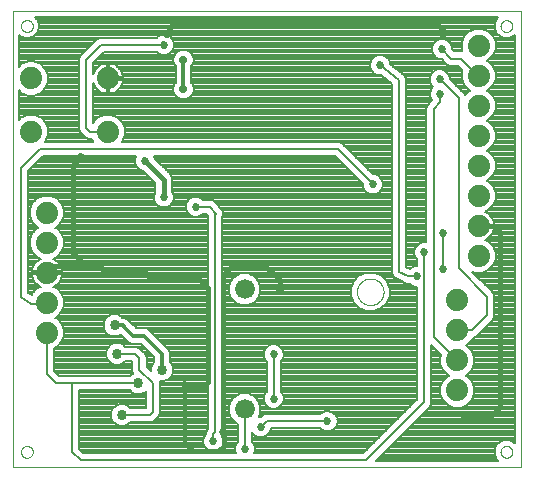
<source format=gbl>
G75*
%MOIN*%
%OFA0B0*%
%FSLAX25Y25*%
%IPPOS*%
%LPD*%
%AMOC8*
5,1,8,0,0,1.08239X$1,22.5*
%
%ADD10C,0.00000*%
%ADD11C,0.07400*%
%ADD12C,0.06600*%
%ADD13C,0.01600*%
%ADD14C,0.02700*%
%ADD15C,0.03369*%
%ADD16C,0.01200*%
%ADD17C,0.00800*%
%ADD18C,0.02778*%
D10*
X0001006Y0001006D02*
X0001006Y0152778D01*
X0170298Y0152778D01*
X0170298Y0001006D01*
X0001006Y0001006D01*
X0003762Y0005928D02*
X0003764Y0006016D01*
X0003770Y0006104D01*
X0003780Y0006192D01*
X0003794Y0006280D01*
X0003811Y0006366D01*
X0003833Y0006452D01*
X0003858Y0006536D01*
X0003888Y0006620D01*
X0003920Y0006702D01*
X0003957Y0006782D01*
X0003997Y0006861D01*
X0004041Y0006938D01*
X0004088Y0007013D01*
X0004138Y0007085D01*
X0004192Y0007156D01*
X0004248Y0007223D01*
X0004308Y0007289D01*
X0004370Y0007351D01*
X0004436Y0007411D01*
X0004503Y0007467D01*
X0004574Y0007521D01*
X0004646Y0007571D01*
X0004721Y0007618D01*
X0004798Y0007662D01*
X0004877Y0007702D01*
X0004957Y0007739D01*
X0005039Y0007771D01*
X0005123Y0007801D01*
X0005207Y0007826D01*
X0005293Y0007848D01*
X0005379Y0007865D01*
X0005467Y0007879D01*
X0005555Y0007889D01*
X0005643Y0007895D01*
X0005731Y0007897D01*
X0005819Y0007895D01*
X0005907Y0007889D01*
X0005995Y0007879D01*
X0006083Y0007865D01*
X0006169Y0007848D01*
X0006255Y0007826D01*
X0006339Y0007801D01*
X0006423Y0007771D01*
X0006505Y0007739D01*
X0006585Y0007702D01*
X0006664Y0007662D01*
X0006741Y0007618D01*
X0006816Y0007571D01*
X0006888Y0007521D01*
X0006959Y0007467D01*
X0007026Y0007411D01*
X0007092Y0007351D01*
X0007154Y0007289D01*
X0007214Y0007223D01*
X0007270Y0007156D01*
X0007324Y0007085D01*
X0007374Y0007013D01*
X0007421Y0006938D01*
X0007465Y0006861D01*
X0007505Y0006782D01*
X0007542Y0006702D01*
X0007574Y0006620D01*
X0007604Y0006536D01*
X0007629Y0006452D01*
X0007651Y0006366D01*
X0007668Y0006280D01*
X0007682Y0006192D01*
X0007692Y0006104D01*
X0007698Y0006016D01*
X0007700Y0005928D01*
X0007698Y0005840D01*
X0007692Y0005752D01*
X0007682Y0005664D01*
X0007668Y0005576D01*
X0007651Y0005490D01*
X0007629Y0005404D01*
X0007604Y0005320D01*
X0007574Y0005236D01*
X0007542Y0005154D01*
X0007505Y0005074D01*
X0007465Y0004995D01*
X0007421Y0004918D01*
X0007374Y0004843D01*
X0007324Y0004771D01*
X0007270Y0004700D01*
X0007214Y0004633D01*
X0007154Y0004567D01*
X0007092Y0004505D01*
X0007026Y0004445D01*
X0006959Y0004389D01*
X0006888Y0004335D01*
X0006816Y0004285D01*
X0006741Y0004238D01*
X0006664Y0004194D01*
X0006585Y0004154D01*
X0006505Y0004117D01*
X0006423Y0004085D01*
X0006339Y0004055D01*
X0006255Y0004030D01*
X0006169Y0004008D01*
X0006083Y0003991D01*
X0005995Y0003977D01*
X0005907Y0003967D01*
X0005819Y0003961D01*
X0005731Y0003959D01*
X0005643Y0003961D01*
X0005555Y0003967D01*
X0005467Y0003977D01*
X0005379Y0003991D01*
X0005293Y0004008D01*
X0005207Y0004030D01*
X0005123Y0004055D01*
X0005039Y0004085D01*
X0004957Y0004117D01*
X0004877Y0004154D01*
X0004798Y0004194D01*
X0004721Y0004238D01*
X0004646Y0004285D01*
X0004574Y0004335D01*
X0004503Y0004389D01*
X0004436Y0004445D01*
X0004370Y0004505D01*
X0004308Y0004567D01*
X0004248Y0004633D01*
X0004192Y0004700D01*
X0004138Y0004771D01*
X0004088Y0004843D01*
X0004041Y0004918D01*
X0003997Y0004995D01*
X0003957Y0005074D01*
X0003920Y0005154D01*
X0003888Y0005236D01*
X0003858Y0005320D01*
X0003833Y0005404D01*
X0003811Y0005490D01*
X0003794Y0005576D01*
X0003780Y0005664D01*
X0003770Y0005752D01*
X0003764Y0005840D01*
X0003762Y0005928D01*
X0115769Y0059273D02*
X0115771Y0059405D01*
X0115777Y0059538D01*
X0115787Y0059670D01*
X0115801Y0059802D01*
X0115818Y0059933D01*
X0115840Y0060064D01*
X0115866Y0060194D01*
X0115895Y0060323D01*
X0115929Y0060451D01*
X0115966Y0060578D01*
X0116007Y0060704D01*
X0116051Y0060829D01*
X0116100Y0060953D01*
X0116152Y0061074D01*
X0116208Y0061195D01*
X0116267Y0061313D01*
X0116330Y0061430D01*
X0116396Y0061545D01*
X0116466Y0061657D01*
X0116539Y0061768D01*
X0116615Y0061876D01*
X0116694Y0061982D01*
X0116777Y0062086D01*
X0116863Y0062187D01*
X0116951Y0062285D01*
X0117043Y0062381D01*
X0117137Y0062474D01*
X0117234Y0062564D01*
X0117334Y0062652D01*
X0117437Y0062736D01*
X0117541Y0062817D01*
X0117649Y0062895D01*
X0117758Y0062969D01*
X0117870Y0063041D01*
X0117984Y0063109D01*
X0118099Y0063173D01*
X0118217Y0063234D01*
X0118336Y0063292D01*
X0118457Y0063346D01*
X0118580Y0063396D01*
X0118704Y0063442D01*
X0118829Y0063485D01*
X0118956Y0063524D01*
X0119084Y0063560D01*
X0119212Y0063591D01*
X0119342Y0063619D01*
X0119472Y0063642D01*
X0119603Y0063662D01*
X0119735Y0063678D01*
X0119867Y0063690D01*
X0119999Y0063698D01*
X0120132Y0063702D01*
X0120264Y0063702D01*
X0120397Y0063698D01*
X0120529Y0063690D01*
X0120661Y0063678D01*
X0120793Y0063662D01*
X0120924Y0063642D01*
X0121054Y0063619D01*
X0121184Y0063591D01*
X0121312Y0063560D01*
X0121440Y0063524D01*
X0121567Y0063485D01*
X0121692Y0063442D01*
X0121816Y0063396D01*
X0121939Y0063346D01*
X0122060Y0063292D01*
X0122179Y0063234D01*
X0122297Y0063173D01*
X0122413Y0063109D01*
X0122526Y0063041D01*
X0122638Y0062969D01*
X0122747Y0062895D01*
X0122855Y0062817D01*
X0122959Y0062736D01*
X0123062Y0062652D01*
X0123162Y0062564D01*
X0123259Y0062474D01*
X0123353Y0062381D01*
X0123445Y0062285D01*
X0123533Y0062187D01*
X0123619Y0062086D01*
X0123702Y0061982D01*
X0123781Y0061876D01*
X0123857Y0061768D01*
X0123930Y0061657D01*
X0124000Y0061545D01*
X0124066Y0061430D01*
X0124129Y0061313D01*
X0124188Y0061195D01*
X0124244Y0061074D01*
X0124296Y0060953D01*
X0124345Y0060829D01*
X0124389Y0060704D01*
X0124430Y0060578D01*
X0124467Y0060451D01*
X0124501Y0060323D01*
X0124530Y0060194D01*
X0124556Y0060064D01*
X0124578Y0059933D01*
X0124595Y0059802D01*
X0124609Y0059670D01*
X0124619Y0059538D01*
X0124625Y0059405D01*
X0124627Y0059273D01*
X0124625Y0059141D01*
X0124619Y0059008D01*
X0124609Y0058876D01*
X0124595Y0058744D01*
X0124578Y0058613D01*
X0124556Y0058482D01*
X0124530Y0058352D01*
X0124501Y0058223D01*
X0124467Y0058095D01*
X0124430Y0057968D01*
X0124389Y0057842D01*
X0124345Y0057717D01*
X0124296Y0057593D01*
X0124244Y0057472D01*
X0124188Y0057351D01*
X0124129Y0057233D01*
X0124066Y0057116D01*
X0124000Y0057001D01*
X0123930Y0056889D01*
X0123857Y0056778D01*
X0123781Y0056670D01*
X0123702Y0056564D01*
X0123619Y0056460D01*
X0123533Y0056359D01*
X0123445Y0056261D01*
X0123353Y0056165D01*
X0123259Y0056072D01*
X0123162Y0055982D01*
X0123062Y0055894D01*
X0122959Y0055810D01*
X0122855Y0055729D01*
X0122747Y0055651D01*
X0122638Y0055577D01*
X0122526Y0055505D01*
X0122412Y0055437D01*
X0122297Y0055373D01*
X0122179Y0055312D01*
X0122060Y0055254D01*
X0121939Y0055200D01*
X0121816Y0055150D01*
X0121692Y0055104D01*
X0121567Y0055061D01*
X0121440Y0055022D01*
X0121312Y0054986D01*
X0121184Y0054955D01*
X0121054Y0054927D01*
X0120924Y0054904D01*
X0120793Y0054884D01*
X0120661Y0054868D01*
X0120529Y0054856D01*
X0120397Y0054848D01*
X0120264Y0054844D01*
X0120132Y0054844D01*
X0119999Y0054848D01*
X0119867Y0054856D01*
X0119735Y0054868D01*
X0119603Y0054884D01*
X0119472Y0054904D01*
X0119342Y0054927D01*
X0119212Y0054955D01*
X0119084Y0054986D01*
X0118956Y0055022D01*
X0118829Y0055061D01*
X0118704Y0055104D01*
X0118580Y0055150D01*
X0118457Y0055200D01*
X0118336Y0055254D01*
X0118217Y0055312D01*
X0118099Y0055373D01*
X0117983Y0055437D01*
X0117870Y0055505D01*
X0117758Y0055577D01*
X0117649Y0055651D01*
X0117541Y0055729D01*
X0117437Y0055810D01*
X0117334Y0055894D01*
X0117234Y0055982D01*
X0117137Y0056072D01*
X0117043Y0056165D01*
X0116951Y0056261D01*
X0116863Y0056359D01*
X0116777Y0056460D01*
X0116694Y0056564D01*
X0116615Y0056670D01*
X0116539Y0056778D01*
X0116466Y0056889D01*
X0116396Y0057001D01*
X0116330Y0057116D01*
X0116267Y0057233D01*
X0116208Y0057351D01*
X0116152Y0057472D01*
X0116100Y0057593D01*
X0116051Y0057717D01*
X0116007Y0057842D01*
X0115966Y0057968D01*
X0115929Y0058095D01*
X0115895Y0058223D01*
X0115866Y0058352D01*
X0115840Y0058482D01*
X0115818Y0058613D01*
X0115801Y0058744D01*
X0115787Y0058876D01*
X0115777Y0059008D01*
X0115771Y0059141D01*
X0115769Y0059273D01*
X0163604Y0005928D02*
X0163606Y0006016D01*
X0163612Y0006104D01*
X0163622Y0006192D01*
X0163636Y0006280D01*
X0163653Y0006366D01*
X0163675Y0006452D01*
X0163700Y0006536D01*
X0163730Y0006620D01*
X0163762Y0006702D01*
X0163799Y0006782D01*
X0163839Y0006861D01*
X0163883Y0006938D01*
X0163930Y0007013D01*
X0163980Y0007085D01*
X0164034Y0007156D01*
X0164090Y0007223D01*
X0164150Y0007289D01*
X0164212Y0007351D01*
X0164278Y0007411D01*
X0164345Y0007467D01*
X0164416Y0007521D01*
X0164488Y0007571D01*
X0164563Y0007618D01*
X0164640Y0007662D01*
X0164719Y0007702D01*
X0164799Y0007739D01*
X0164881Y0007771D01*
X0164965Y0007801D01*
X0165049Y0007826D01*
X0165135Y0007848D01*
X0165221Y0007865D01*
X0165309Y0007879D01*
X0165397Y0007889D01*
X0165485Y0007895D01*
X0165573Y0007897D01*
X0165661Y0007895D01*
X0165749Y0007889D01*
X0165837Y0007879D01*
X0165925Y0007865D01*
X0166011Y0007848D01*
X0166097Y0007826D01*
X0166181Y0007801D01*
X0166265Y0007771D01*
X0166347Y0007739D01*
X0166427Y0007702D01*
X0166506Y0007662D01*
X0166583Y0007618D01*
X0166658Y0007571D01*
X0166730Y0007521D01*
X0166801Y0007467D01*
X0166868Y0007411D01*
X0166934Y0007351D01*
X0166996Y0007289D01*
X0167056Y0007223D01*
X0167112Y0007156D01*
X0167166Y0007085D01*
X0167216Y0007013D01*
X0167263Y0006938D01*
X0167307Y0006861D01*
X0167347Y0006782D01*
X0167384Y0006702D01*
X0167416Y0006620D01*
X0167446Y0006536D01*
X0167471Y0006452D01*
X0167493Y0006366D01*
X0167510Y0006280D01*
X0167524Y0006192D01*
X0167534Y0006104D01*
X0167540Y0006016D01*
X0167542Y0005928D01*
X0167540Y0005840D01*
X0167534Y0005752D01*
X0167524Y0005664D01*
X0167510Y0005576D01*
X0167493Y0005490D01*
X0167471Y0005404D01*
X0167446Y0005320D01*
X0167416Y0005236D01*
X0167384Y0005154D01*
X0167347Y0005074D01*
X0167307Y0004995D01*
X0167263Y0004918D01*
X0167216Y0004843D01*
X0167166Y0004771D01*
X0167112Y0004700D01*
X0167056Y0004633D01*
X0166996Y0004567D01*
X0166934Y0004505D01*
X0166868Y0004445D01*
X0166801Y0004389D01*
X0166730Y0004335D01*
X0166658Y0004285D01*
X0166583Y0004238D01*
X0166506Y0004194D01*
X0166427Y0004154D01*
X0166347Y0004117D01*
X0166265Y0004085D01*
X0166181Y0004055D01*
X0166097Y0004030D01*
X0166011Y0004008D01*
X0165925Y0003991D01*
X0165837Y0003977D01*
X0165749Y0003967D01*
X0165661Y0003961D01*
X0165573Y0003959D01*
X0165485Y0003961D01*
X0165397Y0003967D01*
X0165309Y0003977D01*
X0165221Y0003991D01*
X0165135Y0004008D01*
X0165049Y0004030D01*
X0164965Y0004055D01*
X0164881Y0004085D01*
X0164799Y0004117D01*
X0164719Y0004154D01*
X0164640Y0004194D01*
X0164563Y0004238D01*
X0164488Y0004285D01*
X0164416Y0004335D01*
X0164345Y0004389D01*
X0164278Y0004445D01*
X0164212Y0004505D01*
X0164150Y0004567D01*
X0164090Y0004633D01*
X0164034Y0004700D01*
X0163980Y0004771D01*
X0163930Y0004843D01*
X0163883Y0004918D01*
X0163839Y0004995D01*
X0163799Y0005074D01*
X0163762Y0005154D01*
X0163730Y0005236D01*
X0163700Y0005320D01*
X0163675Y0005404D01*
X0163653Y0005490D01*
X0163636Y0005576D01*
X0163622Y0005664D01*
X0163612Y0005752D01*
X0163606Y0005840D01*
X0163604Y0005928D01*
X0163604Y0147857D02*
X0163606Y0147945D01*
X0163612Y0148033D01*
X0163622Y0148121D01*
X0163636Y0148209D01*
X0163653Y0148295D01*
X0163675Y0148381D01*
X0163700Y0148465D01*
X0163730Y0148549D01*
X0163762Y0148631D01*
X0163799Y0148711D01*
X0163839Y0148790D01*
X0163883Y0148867D01*
X0163930Y0148942D01*
X0163980Y0149014D01*
X0164034Y0149085D01*
X0164090Y0149152D01*
X0164150Y0149218D01*
X0164212Y0149280D01*
X0164278Y0149340D01*
X0164345Y0149396D01*
X0164416Y0149450D01*
X0164488Y0149500D01*
X0164563Y0149547D01*
X0164640Y0149591D01*
X0164719Y0149631D01*
X0164799Y0149668D01*
X0164881Y0149700D01*
X0164965Y0149730D01*
X0165049Y0149755D01*
X0165135Y0149777D01*
X0165221Y0149794D01*
X0165309Y0149808D01*
X0165397Y0149818D01*
X0165485Y0149824D01*
X0165573Y0149826D01*
X0165661Y0149824D01*
X0165749Y0149818D01*
X0165837Y0149808D01*
X0165925Y0149794D01*
X0166011Y0149777D01*
X0166097Y0149755D01*
X0166181Y0149730D01*
X0166265Y0149700D01*
X0166347Y0149668D01*
X0166427Y0149631D01*
X0166506Y0149591D01*
X0166583Y0149547D01*
X0166658Y0149500D01*
X0166730Y0149450D01*
X0166801Y0149396D01*
X0166868Y0149340D01*
X0166934Y0149280D01*
X0166996Y0149218D01*
X0167056Y0149152D01*
X0167112Y0149085D01*
X0167166Y0149014D01*
X0167216Y0148942D01*
X0167263Y0148867D01*
X0167307Y0148790D01*
X0167347Y0148711D01*
X0167384Y0148631D01*
X0167416Y0148549D01*
X0167446Y0148465D01*
X0167471Y0148381D01*
X0167493Y0148295D01*
X0167510Y0148209D01*
X0167524Y0148121D01*
X0167534Y0148033D01*
X0167540Y0147945D01*
X0167542Y0147857D01*
X0167540Y0147769D01*
X0167534Y0147681D01*
X0167524Y0147593D01*
X0167510Y0147505D01*
X0167493Y0147419D01*
X0167471Y0147333D01*
X0167446Y0147249D01*
X0167416Y0147165D01*
X0167384Y0147083D01*
X0167347Y0147003D01*
X0167307Y0146924D01*
X0167263Y0146847D01*
X0167216Y0146772D01*
X0167166Y0146700D01*
X0167112Y0146629D01*
X0167056Y0146562D01*
X0166996Y0146496D01*
X0166934Y0146434D01*
X0166868Y0146374D01*
X0166801Y0146318D01*
X0166730Y0146264D01*
X0166658Y0146214D01*
X0166583Y0146167D01*
X0166506Y0146123D01*
X0166427Y0146083D01*
X0166347Y0146046D01*
X0166265Y0146014D01*
X0166181Y0145984D01*
X0166097Y0145959D01*
X0166011Y0145937D01*
X0165925Y0145920D01*
X0165837Y0145906D01*
X0165749Y0145896D01*
X0165661Y0145890D01*
X0165573Y0145888D01*
X0165485Y0145890D01*
X0165397Y0145896D01*
X0165309Y0145906D01*
X0165221Y0145920D01*
X0165135Y0145937D01*
X0165049Y0145959D01*
X0164965Y0145984D01*
X0164881Y0146014D01*
X0164799Y0146046D01*
X0164719Y0146083D01*
X0164640Y0146123D01*
X0164563Y0146167D01*
X0164488Y0146214D01*
X0164416Y0146264D01*
X0164345Y0146318D01*
X0164278Y0146374D01*
X0164212Y0146434D01*
X0164150Y0146496D01*
X0164090Y0146562D01*
X0164034Y0146629D01*
X0163980Y0146700D01*
X0163930Y0146772D01*
X0163883Y0146847D01*
X0163839Y0146924D01*
X0163799Y0147003D01*
X0163762Y0147083D01*
X0163730Y0147165D01*
X0163700Y0147249D01*
X0163675Y0147333D01*
X0163653Y0147419D01*
X0163636Y0147505D01*
X0163622Y0147593D01*
X0163612Y0147681D01*
X0163606Y0147769D01*
X0163604Y0147857D01*
X0003762Y0147857D02*
X0003764Y0147945D01*
X0003770Y0148033D01*
X0003780Y0148121D01*
X0003794Y0148209D01*
X0003811Y0148295D01*
X0003833Y0148381D01*
X0003858Y0148465D01*
X0003888Y0148549D01*
X0003920Y0148631D01*
X0003957Y0148711D01*
X0003997Y0148790D01*
X0004041Y0148867D01*
X0004088Y0148942D01*
X0004138Y0149014D01*
X0004192Y0149085D01*
X0004248Y0149152D01*
X0004308Y0149218D01*
X0004370Y0149280D01*
X0004436Y0149340D01*
X0004503Y0149396D01*
X0004574Y0149450D01*
X0004646Y0149500D01*
X0004721Y0149547D01*
X0004798Y0149591D01*
X0004877Y0149631D01*
X0004957Y0149668D01*
X0005039Y0149700D01*
X0005123Y0149730D01*
X0005207Y0149755D01*
X0005293Y0149777D01*
X0005379Y0149794D01*
X0005467Y0149808D01*
X0005555Y0149818D01*
X0005643Y0149824D01*
X0005731Y0149826D01*
X0005819Y0149824D01*
X0005907Y0149818D01*
X0005995Y0149808D01*
X0006083Y0149794D01*
X0006169Y0149777D01*
X0006255Y0149755D01*
X0006339Y0149730D01*
X0006423Y0149700D01*
X0006505Y0149668D01*
X0006585Y0149631D01*
X0006664Y0149591D01*
X0006741Y0149547D01*
X0006816Y0149500D01*
X0006888Y0149450D01*
X0006959Y0149396D01*
X0007026Y0149340D01*
X0007092Y0149280D01*
X0007154Y0149218D01*
X0007214Y0149152D01*
X0007270Y0149085D01*
X0007324Y0149014D01*
X0007374Y0148942D01*
X0007421Y0148867D01*
X0007465Y0148790D01*
X0007505Y0148711D01*
X0007542Y0148631D01*
X0007574Y0148549D01*
X0007604Y0148465D01*
X0007629Y0148381D01*
X0007651Y0148295D01*
X0007668Y0148209D01*
X0007682Y0148121D01*
X0007692Y0148033D01*
X0007698Y0147945D01*
X0007700Y0147857D01*
X0007698Y0147769D01*
X0007692Y0147681D01*
X0007682Y0147593D01*
X0007668Y0147505D01*
X0007651Y0147419D01*
X0007629Y0147333D01*
X0007604Y0147249D01*
X0007574Y0147165D01*
X0007542Y0147083D01*
X0007505Y0147003D01*
X0007465Y0146924D01*
X0007421Y0146847D01*
X0007374Y0146772D01*
X0007324Y0146700D01*
X0007270Y0146629D01*
X0007214Y0146562D01*
X0007154Y0146496D01*
X0007092Y0146434D01*
X0007026Y0146374D01*
X0006959Y0146318D01*
X0006888Y0146264D01*
X0006816Y0146214D01*
X0006741Y0146167D01*
X0006664Y0146123D01*
X0006585Y0146083D01*
X0006505Y0146046D01*
X0006423Y0146014D01*
X0006339Y0145984D01*
X0006255Y0145959D01*
X0006169Y0145937D01*
X0006083Y0145920D01*
X0005995Y0145906D01*
X0005907Y0145896D01*
X0005819Y0145890D01*
X0005731Y0145888D01*
X0005643Y0145890D01*
X0005555Y0145896D01*
X0005467Y0145906D01*
X0005379Y0145920D01*
X0005293Y0145937D01*
X0005207Y0145959D01*
X0005123Y0145984D01*
X0005039Y0146014D01*
X0004957Y0146046D01*
X0004877Y0146083D01*
X0004798Y0146123D01*
X0004721Y0146167D01*
X0004646Y0146214D01*
X0004574Y0146264D01*
X0004503Y0146318D01*
X0004436Y0146374D01*
X0004370Y0146434D01*
X0004308Y0146496D01*
X0004248Y0146562D01*
X0004192Y0146629D01*
X0004138Y0146700D01*
X0004088Y0146772D01*
X0004041Y0146847D01*
X0003997Y0146924D01*
X0003957Y0147003D01*
X0003920Y0147083D01*
X0003888Y0147165D01*
X0003858Y0147249D01*
X0003833Y0147333D01*
X0003811Y0147419D01*
X0003794Y0147505D01*
X0003780Y0147593D01*
X0003770Y0147681D01*
X0003764Y0147769D01*
X0003762Y0147857D01*
D11*
X0007104Y0130379D03*
X0007104Y0112579D03*
X0032704Y0112579D03*
X0032704Y0130379D03*
X0012424Y0085652D03*
X0012424Y0075652D03*
X0012424Y0065652D03*
X0012424Y0055652D03*
X0012424Y0045652D03*
X0149235Y0046400D03*
X0149235Y0056400D03*
X0156321Y0071282D03*
X0156321Y0081282D03*
X0156321Y0091282D03*
X0156321Y0101282D03*
X0156321Y0111282D03*
X0156321Y0121282D03*
X0156321Y0131282D03*
X0156321Y0141282D03*
X0149235Y0036400D03*
X0149235Y0026400D03*
D12*
X0078303Y0020091D03*
X0078303Y0060091D03*
D13*
X0079353Y0067935D02*
X0073984Y0067866D01*
X0071085Y0064967D01*
X0071085Y0012620D01*
X0071085Y0011281D01*
X0071279Y0011087D01*
X0071279Y0007855D01*
X0069551Y0006127D01*
X0068332Y0006127D01*
X0068329Y0006124D01*
X0061243Y0006124D01*
X0058487Y0008880D01*
X0058880Y0027778D02*
X0058487Y0028172D01*
X0058880Y0027778D02*
X0064786Y0027778D01*
X0066132Y0029124D01*
X0066132Y0060443D01*
X0062786Y0063790D01*
X0046723Y0063790D01*
X0044557Y0065955D01*
X0031723Y0065955D01*
X0029648Y0068030D01*
X0029707Y0067971D01*
X0029648Y0068030D02*
X0023447Y0068030D01*
X0023447Y0069983D01*
X0021085Y0072345D01*
X0021085Y0101400D01*
X0023841Y0104156D01*
X0045101Y0102975D02*
X0051400Y0096676D01*
X0051400Y0090770D01*
X0079353Y0067935D02*
X0085094Y0067935D01*
X0085185Y0067929D01*
X0089983Y0063131D01*
X0089983Y0059865D01*
X0151794Y0017542D02*
X0160061Y0017542D01*
X0163408Y0020888D01*
X0163408Y0079353D01*
X0161479Y0081282D01*
X0156321Y0081282D01*
X0144313Y0145298D02*
X0144313Y0146413D01*
X0142673Y0148054D01*
X0054156Y0148054D01*
X0052581Y0145101D01*
X0023447Y0068030D02*
X0014802Y0068030D01*
X0012424Y0065652D01*
D14*
X0045101Y0102975D03*
X0051400Y0090770D03*
X0062030Y0087620D03*
X0079353Y0067935D03*
X0089983Y0059865D03*
X0088014Y0038408D03*
X0088014Y0023644D03*
X0083683Y0014195D03*
X0078369Y0006912D03*
X0071085Y0012620D03*
X0067935Y0009471D03*
X0058487Y0028172D03*
X0105928Y0016164D03*
X0135652Y0064392D03*
X0138211Y0072463D03*
X0144510Y0066951D03*
X0144510Y0078762D03*
X0121085Y0095101D03*
X0143526Y0125219D03*
X0143329Y0130140D03*
X0144117Y0140180D03*
X0144313Y0145298D03*
X0123447Y0134865D03*
X0052581Y0145101D03*
X0051400Y0141557D03*
X0023841Y0104156D03*
X0151794Y0017542D03*
D15*
X0050861Y0033243D03*
X0042861Y0028743D03*
X0035786Y0038593D03*
X0034967Y0048061D03*
X0044557Y0065955D03*
X0029648Y0068030D03*
X0037361Y0018243D03*
D16*
X0050861Y0033243D02*
X0050861Y0038467D01*
X0044809Y0044518D01*
X0041266Y0044518D01*
X0038561Y0047223D01*
X0037723Y0048061D01*
X0034967Y0048061D01*
X0058487Y0028172D02*
X0058487Y0008880D01*
X0057896Y0126794D02*
X0057896Y0136636D01*
D17*
X0055616Y0139149D02*
X0053729Y0139149D01*
X0053298Y0138717D02*
X0054240Y0139660D01*
X0054750Y0140891D01*
X0054750Y0142224D01*
X0054240Y0143455D01*
X0053298Y0144397D01*
X0052066Y0144907D01*
X0050734Y0144907D01*
X0049502Y0144397D01*
X0049062Y0143957D01*
X0030056Y0143957D01*
X0029174Y0143592D01*
X0028499Y0142917D01*
X0023381Y0137799D01*
X0023016Y0136917D01*
X0023016Y0113521D01*
X0023381Y0112639D01*
X0024056Y0111964D01*
X0025476Y0110544D01*
X0026358Y0110179D01*
X0027528Y0110179D01*
X0027872Y0109350D01*
X0027910Y0109312D01*
X0011898Y0109312D01*
X0011936Y0109350D01*
X0012804Y0111445D01*
X0012804Y0113713D01*
X0011936Y0115808D01*
X0010333Y0117411D01*
X0008238Y0118279D01*
X0005970Y0118279D01*
X0003875Y0117411D01*
X0003006Y0116542D01*
X0003006Y0126415D01*
X0003875Y0125547D01*
X0005970Y0124679D01*
X0008238Y0124679D01*
X0010333Y0125547D01*
X0011936Y0127150D01*
X0012804Y0129245D01*
X0012804Y0131513D01*
X0011936Y0133608D01*
X0010333Y0135211D01*
X0008238Y0136079D01*
X0005970Y0136079D01*
X0003875Y0135211D01*
X0003006Y0134342D01*
X0003006Y0144969D01*
X0003483Y0144492D01*
X0004941Y0143888D01*
X0006520Y0143888D01*
X0007979Y0144492D01*
X0009095Y0145609D01*
X0009699Y0147067D01*
X0009699Y0148646D01*
X0009095Y0150105D01*
X0008422Y0150778D01*
X0162882Y0150778D01*
X0162209Y0150105D01*
X0161605Y0148646D01*
X0161605Y0147067D01*
X0162209Y0145609D01*
X0163325Y0144492D01*
X0164784Y0143888D01*
X0166363Y0143888D01*
X0167821Y0144492D01*
X0168298Y0144969D01*
X0168298Y0008815D01*
X0167821Y0009292D01*
X0166363Y0009896D01*
X0164784Y0009896D01*
X0163325Y0009292D01*
X0162209Y0008176D01*
X0161605Y0006717D01*
X0161605Y0005138D01*
X0162209Y0003680D01*
X0162882Y0003006D01*
X0122148Y0003006D01*
X0139500Y0020358D01*
X0139500Y0020358D01*
X0140176Y0021033D01*
X0140541Y0021916D01*
X0140541Y0041700D01*
X0143878Y0038363D01*
X0143535Y0037534D01*
X0143535Y0035266D01*
X0144402Y0033171D01*
X0146006Y0031568D01*
X0146411Y0031400D01*
X0146006Y0031232D01*
X0144402Y0029629D01*
X0143535Y0027534D01*
X0143535Y0025266D01*
X0144402Y0023171D01*
X0146006Y0021568D01*
X0148101Y0020700D01*
X0150368Y0020700D01*
X0152463Y0021568D01*
X0154067Y0023171D01*
X0154935Y0025266D01*
X0154935Y0027534D01*
X0154067Y0029629D01*
X0152463Y0031232D01*
X0152058Y0031400D01*
X0152463Y0031568D01*
X0154067Y0033171D01*
X0154935Y0035266D01*
X0154935Y0037534D01*
X0154067Y0039629D01*
X0152463Y0041232D01*
X0152058Y0041400D01*
X0152463Y0041568D01*
X0154067Y0043171D01*
X0154410Y0044000D01*
X0154555Y0044000D01*
X0155437Y0044365D01*
X0160437Y0049365D01*
X0161112Y0050041D01*
X0161477Y0050923D01*
X0161477Y0058177D01*
X0161112Y0059059D01*
X0154165Y0066005D01*
X0155187Y0065582D01*
X0157455Y0065582D01*
X0159550Y0066450D01*
X0161153Y0068053D01*
X0162021Y0070148D01*
X0162021Y0072416D01*
X0161153Y0074511D01*
X0159550Y0076114D01*
X0158371Y0076602D01*
X0158994Y0076920D01*
X0159644Y0077392D01*
X0160211Y0077959D01*
X0160683Y0078609D01*
X0161048Y0079324D01*
X0161296Y0080088D01*
X0161421Y0080880D01*
X0161421Y0080882D01*
X0156721Y0080882D01*
X0156721Y0081682D01*
X0161421Y0081682D01*
X0161421Y0081683D01*
X0161296Y0082476D01*
X0161048Y0083240D01*
X0160683Y0083955D01*
X0160211Y0084604D01*
X0159644Y0085172D01*
X0158994Y0085644D01*
X0158371Y0085961D01*
X0159550Y0086450D01*
X0161153Y0088053D01*
X0162021Y0090148D01*
X0162021Y0092416D01*
X0161153Y0094511D01*
X0159550Y0096114D01*
X0159145Y0096282D01*
X0159550Y0096450D01*
X0161153Y0098053D01*
X0162021Y0100148D01*
X0162021Y0102416D01*
X0161153Y0104511D01*
X0159550Y0106114D01*
X0159145Y0106282D01*
X0159550Y0106450D01*
X0161153Y0108053D01*
X0162021Y0110148D01*
X0162021Y0112416D01*
X0161153Y0114511D01*
X0159550Y0116114D01*
X0159145Y0116282D01*
X0159550Y0116450D01*
X0161153Y0118053D01*
X0162021Y0120148D01*
X0162021Y0122416D01*
X0161153Y0124511D01*
X0159550Y0126114D01*
X0159145Y0126282D01*
X0159550Y0126450D01*
X0161153Y0128053D01*
X0162021Y0130148D01*
X0162021Y0132416D01*
X0161153Y0134511D01*
X0159550Y0136114D01*
X0159145Y0136282D01*
X0159550Y0136450D01*
X0161153Y0138053D01*
X0162021Y0140148D01*
X0162021Y0142416D01*
X0161153Y0144511D01*
X0159550Y0146114D01*
X0157455Y0146982D01*
X0155187Y0146982D01*
X0153092Y0146114D01*
X0151489Y0144511D01*
X0150621Y0142416D01*
X0150621Y0140148D01*
X0150932Y0139397D01*
X0150854Y0139430D01*
X0148260Y0139430D01*
X0147467Y0140224D01*
X0147467Y0140846D01*
X0146957Y0142077D01*
X0146014Y0143020D01*
X0144783Y0143530D01*
X0143450Y0143530D01*
X0142219Y0143020D01*
X0141277Y0142077D01*
X0140767Y0140846D01*
X0140767Y0139513D01*
X0141277Y0138282D01*
X0142219Y0137340D01*
X0143450Y0136830D01*
X0144072Y0136830D01*
X0145232Y0135670D01*
X0145907Y0134995D01*
X0146789Y0134630D01*
X0149382Y0134630D01*
X0150907Y0133105D01*
X0150621Y0132416D01*
X0150621Y0130148D01*
X0151489Y0128053D01*
X0153092Y0126450D01*
X0153498Y0126282D01*
X0153092Y0126114D01*
X0151814Y0124836D01*
X0151663Y0125200D01*
X0146679Y0130184D01*
X0146679Y0130807D01*
X0146169Y0132038D01*
X0145227Y0132980D01*
X0143995Y0133490D01*
X0142663Y0133490D01*
X0141432Y0132980D01*
X0140489Y0132038D01*
X0139979Y0130807D01*
X0139979Y0129474D01*
X0140489Y0128243D01*
X0141151Y0127581D01*
X0140686Y0127117D01*
X0140176Y0125885D01*
X0140176Y0124553D01*
X0140686Y0123321D01*
X0140838Y0123169D01*
X0139295Y0121626D01*
X0138929Y0120744D01*
X0138929Y0075792D01*
X0138877Y0075813D01*
X0137545Y0075813D01*
X0136313Y0075303D01*
X0135371Y0074361D01*
X0134861Y0073129D01*
X0134861Y0071797D01*
X0135371Y0070565D01*
X0135741Y0070195D01*
X0135741Y0067742D01*
X0134986Y0067742D01*
X0133754Y0067232D01*
X0133364Y0066842D01*
X0132146Y0067450D01*
X0132146Y0129396D01*
X0132183Y0129519D01*
X0132146Y0129870D01*
X0132146Y0130224D01*
X0132098Y0130342D01*
X0132085Y0130468D01*
X0131916Y0130779D01*
X0131781Y0131106D01*
X0131691Y0131196D01*
X0131630Y0131308D01*
X0131356Y0131531D01*
X0131106Y0131781D01*
X0130988Y0131830D01*
X0126797Y0135235D01*
X0126797Y0135531D01*
X0126287Y0136762D01*
X0125345Y0137705D01*
X0124114Y0138215D01*
X0122781Y0138215D01*
X0121550Y0137705D01*
X0120607Y0136762D01*
X0120097Y0135531D01*
X0120097Y0134198D01*
X0120607Y0132967D01*
X0121550Y0132025D01*
X0122781Y0131515D01*
X0123764Y0131515D01*
X0127346Y0128604D01*
X0127346Y0066052D01*
X0127319Y0065661D01*
X0127346Y0065577D01*
X0127346Y0065490D01*
X0127497Y0065127D01*
X0127621Y0064755D01*
X0127678Y0064689D01*
X0127712Y0064607D01*
X0127989Y0064330D01*
X0128246Y0064034D01*
X0128325Y0063994D01*
X0128387Y0063932D01*
X0128749Y0063782D01*
X0131474Y0062420D01*
X0131537Y0062358D01*
X0131899Y0062207D01*
X0132250Y0062032D01*
X0132337Y0062026D01*
X0132419Y0061992D01*
X0132811Y0061992D01*
X0133202Y0061964D01*
X0133286Y0061992D01*
X0133314Y0061992D01*
X0133754Y0061552D01*
X0134986Y0061042D01*
X0135741Y0061042D01*
X0135741Y0023387D01*
X0117926Y0005572D01*
X0081439Y0005572D01*
X0081718Y0006245D01*
X0081718Y0007578D01*
X0081208Y0008809D01*
X0080768Y0009249D01*
X0080768Y0012479D01*
X0080843Y0012298D01*
X0081786Y0011355D01*
X0083017Y0010845D01*
X0084350Y0010845D01*
X0085581Y0011355D01*
X0086523Y0012298D01*
X0087033Y0013529D01*
X0087033Y0013764D01*
X0103590Y0013764D01*
X0104030Y0013324D01*
X0105261Y0012814D01*
X0106594Y0012814D01*
X0107825Y0013324D01*
X0108768Y0014266D01*
X0109278Y0015497D01*
X0109278Y0016830D01*
X0108768Y0018061D01*
X0107825Y0019004D01*
X0106594Y0019514D01*
X0105261Y0019514D01*
X0104030Y0019004D01*
X0103590Y0018564D01*
X0085175Y0018564D01*
X0084292Y0018198D01*
X0083639Y0017545D01*
X0083017Y0017545D01*
X0082979Y0017529D01*
X0083603Y0019037D01*
X0083603Y0021146D01*
X0082796Y0023094D01*
X0081305Y0024584D01*
X0079357Y0025391D01*
X0077249Y0025391D01*
X0075301Y0024584D01*
X0073810Y0023094D01*
X0073003Y0021146D01*
X0073003Y0019037D01*
X0073810Y0017089D01*
X0075301Y0015598D01*
X0075969Y0015322D01*
X0075969Y0009249D01*
X0075529Y0008809D01*
X0075019Y0007578D01*
X0075019Y0006245D01*
X0075298Y0005572D01*
X0024590Y0005572D01*
X0023091Y0006970D01*
X0023091Y0026407D01*
X0039985Y0026407D01*
X0040774Y0025619D01*
X0042128Y0025058D01*
X0043593Y0025058D01*
X0044948Y0025619D01*
X0045461Y0026132D01*
X0045461Y0020643D01*
X0040171Y0020643D01*
X0039448Y0021366D01*
X0038093Y0021927D01*
X0036628Y0021927D01*
X0035274Y0021366D01*
X0034237Y0020329D01*
X0033676Y0018975D01*
X0033676Y0017510D01*
X0034237Y0016156D01*
X0035274Y0015119D01*
X0036628Y0014558D01*
X0038093Y0014558D01*
X0039448Y0015119D01*
X0040171Y0015843D01*
X0047338Y0015843D01*
X0048220Y0016208D01*
X0048895Y0016883D01*
X0049895Y0017883D01*
X0050261Y0018765D01*
X0050261Y0029220D01*
X0050119Y0029562D01*
X0050128Y0029558D01*
X0051593Y0029558D01*
X0052948Y0030119D01*
X0053984Y0031156D01*
X0054545Y0032510D01*
X0054545Y0033975D01*
X0053984Y0035329D01*
X0053461Y0035853D01*
X0053461Y0038984D01*
X0053065Y0039940D01*
X0052333Y0040671D01*
X0047014Y0045991D01*
X0046282Y0046722D01*
X0045327Y0047118D01*
X0042343Y0047118D01*
X0040766Y0048696D01*
X0039927Y0049534D01*
X0039196Y0050266D01*
X0038240Y0050661D01*
X0037577Y0050661D01*
X0037054Y0051185D01*
X0035700Y0051746D01*
X0034234Y0051746D01*
X0032880Y0051185D01*
X0031844Y0050148D01*
X0031283Y0048794D01*
X0031283Y0047329D01*
X0031844Y0045974D01*
X0032880Y0044938D01*
X0034234Y0044377D01*
X0035700Y0044377D01*
X0037054Y0044938D01*
X0037112Y0044996D01*
X0039793Y0042314D01*
X0040749Y0041918D01*
X0043732Y0041918D01*
X0048261Y0037390D01*
X0048261Y0035853D01*
X0047737Y0035329D01*
X0047176Y0033975D01*
X0047176Y0032821D01*
X0045654Y0034343D01*
X0045654Y0037539D01*
X0045289Y0038421D01*
X0043757Y0039952D01*
X0043082Y0040628D01*
X0042200Y0040993D01*
X0038596Y0040993D01*
X0037873Y0041716D01*
X0036519Y0042277D01*
X0035053Y0042277D01*
X0033699Y0041716D01*
X0032662Y0040680D01*
X0032102Y0039326D01*
X0032102Y0037860D01*
X0032662Y0036506D01*
X0033699Y0035470D01*
X0035053Y0034909D01*
X0036519Y0034909D01*
X0037873Y0035470D01*
X0038596Y0036193D01*
X0040729Y0036193D01*
X0040854Y0036067D01*
X0040854Y0032871D01*
X0041198Y0032042D01*
X0040774Y0031866D01*
X0040115Y0031207D01*
X0016567Y0031207D01*
X0014824Y0032951D01*
X0014824Y0040476D01*
X0015652Y0040820D01*
X0017256Y0042423D01*
X0018124Y0044518D01*
X0018124Y0046786D01*
X0017256Y0048881D01*
X0015652Y0050484D01*
X0015247Y0050652D01*
X0015652Y0050820D01*
X0017256Y0052423D01*
X0018124Y0054518D01*
X0018124Y0056786D01*
X0017256Y0058881D01*
X0015652Y0060484D01*
X0014473Y0060973D01*
X0015097Y0061290D01*
X0015746Y0061762D01*
X0016314Y0062330D01*
X0016786Y0062979D01*
X0017150Y0063694D01*
X0017398Y0064458D01*
X0017524Y0065251D01*
X0017524Y0065252D01*
X0012824Y0065252D01*
X0012824Y0066052D01*
X0017524Y0066052D01*
X0017524Y0066053D01*
X0017398Y0066846D01*
X0017150Y0067610D01*
X0016786Y0068325D01*
X0016314Y0068974D01*
X0015746Y0069542D01*
X0015097Y0070014D01*
X0014473Y0070331D01*
X0015652Y0070820D01*
X0017256Y0072423D01*
X0018124Y0074518D01*
X0018124Y0076786D01*
X0017256Y0078881D01*
X0015652Y0080484D01*
X0015247Y0080652D01*
X0015652Y0080820D01*
X0017256Y0082423D01*
X0018124Y0084518D01*
X0018124Y0086786D01*
X0017256Y0088881D01*
X0015652Y0090484D01*
X0013557Y0091352D01*
X0011290Y0091352D01*
X0009195Y0090484D01*
X0007591Y0088881D01*
X0006724Y0086786D01*
X0006724Y0084518D01*
X0007591Y0082423D01*
X0009195Y0080820D01*
X0009600Y0080652D01*
X0009195Y0080484D01*
X0007591Y0078881D01*
X0006724Y0076786D01*
X0006724Y0074518D01*
X0007591Y0072423D01*
X0009195Y0070820D01*
X0010374Y0070331D01*
X0009751Y0070014D01*
X0009101Y0069542D01*
X0008534Y0068974D01*
X0008062Y0068325D01*
X0007697Y0067610D01*
X0007449Y0066846D01*
X0007324Y0066053D01*
X0007324Y0066052D01*
X0012024Y0066052D01*
X0012024Y0065252D01*
X0007324Y0065252D01*
X0007324Y0065251D01*
X0007449Y0064458D01*
X0007697Y0063694D01*
X0008062Y0062979D01*
X0008534Y0062330D01*
X0009101Y0061762D01*
X0009751Y0061290D01*
X0010374Y0060973D01*
X0009195Y0060484D01*
X0007591Y0058881D01*
X0007273Y0058112D01*
X0006164Y0058851D01*
X0006137Y0099593D01*
X0011056Y0104512D01*
X0042111Y0104512D01*
X0041751Y0103641D01*
X0041751Y0102308D01*
X0042261Y0101077D01*
X0043203Y0100135D01*
X0044434Y0099625D01*
X0044491Y0099625D01*
X0048600Y0095516D01*
X0048600Y0092708D01*
X0048560Y0092668D01*
X0048050Y0091436D01*
X0048050Y0090104D01*
X0048560Y0088872D01*
X0049502Y0087930D01*
X0050734Y0087420D01*
X0052066Y0087420D01*
X0053298Y0087930D01*
X0054240Y0088872D01*
X0054750Y0090104D01*
X0054750Y0091436D01*
X0054240Y0092668D01*
X0054200Y0092708D01*
X0054200Y0097233D01*
X0053774Y0098262D01*
X0052986Y0099049D01*
X0048451Y0103585D01*
X0048451Y0103641D01*
X0048090Y0104512D01*
X0108280Y0104512D01*
X0117735Y0095057D01*
X0117735Y0094434D01*
X0118245Y0093203D01*
X0119187Y0092261D01*
X0120419Y0091751D01*
X0121751Y0091751D01*
X0122983Y0092261D01*
X0123925Y0093203D01*
X0124435Y0094434D01*
X0124435Y0095767D01*
X0123925Y0096998D01*
X0122983Y0097941D01*
X0121751Y0098451D01*
X0121129Y0098451D01*
X0110634Y0108946D01*
X0109751Y0109312D01*
X0037498Y0109312D01*
X0037536Y0109350D01*
X0038404Y0111445D01*
X0038404Y0113713D01*
X0037536Y0115808D01*
X0035933Y0117411D01*
X0033838Y0118279D01*
X0031570Y0118279D01*
X0029475Y0117411D01*
X0027872Y0115808D01*
X0027816Y0115672D01*
X0027816Y0128919D01*
X0027978Y0128421D01*
X0028342Y0127706D01*
X0028814Y0127056D01*
X0029382Y0126489D01*
X0030031Y0126017D01*
X0030746Y0125652D01*
X0031510Y0125404D01*
X0032303Y0125279D01*
X0032304Y0125279D01*
X0032304Y0129979D01*
X0033104Y0129979D01*
X0033104Y0130779D01*
X0032304Y0130779D01*
X0032304Y0135479D01*
X0032303Y0135479D01*
X0031510Y0135353D01*
X0030746Y0135105D01*
X0030031Y0134741D01*
X0029382Y0134269D01*
X0028814Y0133701D01*
X0028342Y0133052D01*
X0027978Y0132336D01*
X0027816Y0131838D01*
X0027816Y0135445D01*
X0031528Y0139157D01*
X0049062Y0139157D01*
X0049502Y0138717D01*
X0050734Y0138207D01*
X0052066Y0138207D01*
X0053298Y0138717D01*
X0052411Y0138350D02*
X0054938Y0138350D01*
X0055023Y0138556D02*
X0054507Y0137310D01*
X0054507Y0135962D01*
X0055023Y0134717D01*
X0055296Y0134443D01*
X0055296Y0128986D01*
X0055023Y0128713D01*
X0054507Y0127468D01*
X0054507Y0126120D01*
X0055023Y0124874D01*
X0055976Y0123921D01*
X0057222Y0123405D01*
X0058570Y0123405D01*
X0059816Y0123921D01*
X0060769Y0124874D01*
X0061285Y0126120D01*
X0061285Y0127468D01*
X0060769Y0128713D01*
X0060496Y0128986D01*
X0060496Y0134443D01*
X0060769Y0134717D01*
X0061285Y0135962D01*
X0061285Y0137310D01*
X0060769Y0138556D01*
X0059816Y0139509D01*
X0058570Y0140025D01*
X0057222Y0140025D01*
X0055976Y0139509D01*
X0055023Y0138556D01*
X0054607Y0137552D02*
X0029922Y0137552D01*
X0030721Y0138350D02*
X0050389Y0138350D01*
X0049071Y0139149D02*
X0031519Y0139149D01*
X0030534Y0141557D02*
X0051400Y0141557D01*
X0051794Y0141557D01*
X0054750Y0141544D02*
X0141056Y0141544D01*
X0140767Y0140746D02*
X0054690Y0140746D01*
X0054359Y0139947D02*
X0057034Y0139947D01*
X0058758Y0139947D02*
X0140767Y0139947D01*
X0140917Y0139149D02*
X0060176Y0139149D01*
X0060854Y0138350D02*
X0141248Y0138350D01*
X0142007Y0137552D02*
X0125498Y0137552D01*
X0126291Y0136753D02*
X0144149Y0136753D01*
X0144947Y0135955D02*
X0126622Y0135955D01*
X0126894Y0135156D02*
X0145746Y0135156D01*
X0147266Y0137030D02*
X0150376Y0137030D01*
X0156124Y0131282D01*
X0156321Y0131282D01*
X0160271Y0127171D02*
X0168298Y0127171D01*
X0168298Y0126373D02*
X0159364Y0126373D01*
X0160090Y0125574D02*
X0168298Y0125574D01*
X0168298Y0124776D02*
X0160889Y0124776D01*
X0161375Y0123977D02*
X0168298Y0123977D01*
X0168298Y0123179D02*
X0161705Y0123179D01*
X0162021Y0122380D02*
X0168298Y0122380D01*
X0168298Y0121582D02*
X0162021Y0121582D01*
X0162021Y0120783D02*
X0168298Y0120783D01*
X0168298Y0119984D02*
X0161953Y0119984D01*
X0161623Y0119186D02*
X0168298Y0119186D01*
X0168298Y0118387D02*
X0161292Y0118387D01*
X0160689Y0117589D02*
X0168298Y0117589D01*
X0168298Y0116790D02*
X0159891Y0116790D01*
X0159672Y0115992D02*
X0168298Y0115992D01*
X0168298Y0115193D02*
X0160471Y0115193D01*
X0161201Y0114395D02*
X0168298Y0114395D01*
X0168298Y0113596D02*
X0161532Y0113596D01*
X0161863Y0112798D02*
X0168298Y0112798D01*
X0168298Y0111999D02*
X0162021Y0111999D01*
X0162021Y0111201D02*
X0168298Y0111201D01*
X0168298Y0110402D02*
X0162021Y0110402D01*
X0161796Y0109604D02*
X0168298Y0109604D01*
X0168298Y0108805D02*
X0161465Y0108805D01*
X0161107Y0108007D02*
X0168298Y0108007D01*
X0168298Y0107208D02*
X0160309Y0107208D01*
X0159454Y0106410D02*
X0168298Y0106410D01*
X0168298Y0105611D02*
X0160053Y0105611D01*
X0160851Y0104813D02*
X0168298Y0104813D01*
X0168298Y0104014D02*
X0161359Y0104014D01*
X0161690Y0103216D02*
X0168298Y0103216D01*
X0168298Y0102417D02*
X0162021Y0102417D01*
X0162021Y0101619D02*
X0168298Y0101619D01*
X0168298Y0100820D02*
X0162021Y0100820D01*
X0161969Y0100022D02*
X0168298Y0100022D01*
X0168298Y0099223D02*
X0161638Y0099223D01*
X0161307Y0098425D02*
X0168298Y0098425D01*
X0168298Y0097626D02*
X0160727Y0097626D01*
X0159928Y0096828D02*
X0168298Y0096828D01*
X0168298Y0096029D02*
X0159635Y0096029D01*
X0160434Y0095231D02*
X0168298Y0095231D01*
X0168298Y0094432D02*
X0161186Y0094432D01*
X0161517Y0093634D02*
X0168298Y0093634D01*
X0168298Y0092835D02*
X0161848Y0092835D01*
X0162021Y0092037D02*
X0168298Y0092037D01*
X0168298Y0091238D02*
X0162021Y0091238D01*
X0162021Y0090440D02*
X0168298Y0090440D01*
X0168298Y0089641D02*
X0161811Y0089641D01*
X0161480Y0088843D02*
X0168298Y0088843D01*
X0168298Y0088044D02*
X0161144Y0088044D01*
X0160346Y0087246D02*
X0168298Y0087246D01*
X0168298Y0086447D02*
X0159544Y0086447D01*
X0158985Y0085648D02*
X0168298Y0085648D01*
X0168298Y0084850D02*
X0159966Y0084850D01*
X0160613Y0084051D02*
X0168298Y0084051D01*
X0168298Y0083253D02*
X0161041Y0083253D01*
X0161299Y0082454D02*
X0168298Y0082454D01*
X0168298Y0081656D02*
X0156721Y0081656D01*
X0161015Y0079260D02*
X0168298Y0079260D01*
X0168298Y0078462D02*
X0160576Y0078462D01*
X0159915Y0077663D02*
X0168298Y0077663D01*
X0168298Y0076865D02*
X0158886Y0076865D01*
X0159598Y0076066D02*
X0168298Y0076066D01*
X0168298Y0075268D02*
X0160396Y0075268D01*
X0161171Y0074469D02*
X0168298Y0074469D01*
X0168298Y0073671D02*
X0161501Y0073671D01*
X0161832Y0072872D02*
X0168298Y0072872D01*
X0168298Y0072074D02*
X0162021Y0072074D01*
X0162021Y0071275D02*
X0168298Y0071275D01*
X0168298Y0070477D02*
X0162021Y0070477D01*
X0161827Y0069678D02*
X0168298Y0069678D01*
X0168298Y0068880D02*
X0161496Y0068880D01*
X0161165Y0068081D02*
X0168298Y0068081D01*
X0168298Y0067283D02*
X0160383Y0067283D01*
X0159585Y0066484D02*
X0168298Y0066484D01*
X0168298Y0065686D02*
X0157706Y0065686D01*
X0156082Y0064089D02*
X0168298Y0064089D01*
X0168298Y0064887D02*
X0155283Y0064887D01*
X0154937Y0065686D02*
X0154485Y0065686D01*
X0156880Y0063290D02*
X0168298Y0063290D01*
X0168298Y0062492D02*
X0157679Y0062492D01*
X0158477Y0061693D02*
X0168298Y0061693D01*
X0168298Y0060895D02*
X0159276Y0060895D01*
X0160074Y0060096D02*
X0168298Y0060096D01*
X0168298Y0059298D02*
X0160873Y0059298D01*
X0161344Y0058499D02*
X0168298Y0058499D01*
X0168298Y0057701D02*
X0161477Y0057701D01*
X0161477Y0056902D02*
X0168298Y0056902D01*
X0168298Y0056104D02*
X0161477Y0056104D01*
X0161477Y0055305D02*
X0168298Y0055305D01*
X0168298Y0054507D02*
X0161477Y0054507D01*
X0161477Y0053708D02*
X0168298Y0053708D01*
X0168298Y0052910D02*
X0161477Y0052910D01*
X0161477Y0052111D02*
X0168298Y0052111D01*
X0168298Y0051313D02*
X0161477Y0051313D01*
X0161308Y0050514D02*
X0168298Y0050514D01*
X0168298Y0049715D02*
X0160787Y0049715D01*
X0159988Y0048917D02*
X0168298Y0048917D01*
X0168298Y0048118D02*
X0159190Y0048118D01*
X0158391Y0047320D02*
X0168298Y0047320D01*
X0168298Y0046521D02*
X0157593Y0046521D01*
X0156794Y0045723D02*
X0168298Y0045723D01*
X0168298Y0044924D02*
X0155996Y0044924D01*
X0154859Y0044126D02*
X0168298Y0044126D01*
X0168298Y0043327D02*
X0154132Y0043327D01*
X0153425Y0042529D02*
X0168298Y0042529D01*
X0168298Y0041730D02*
X0152626Y0041730D01*
X0152764Y0040932D02*
X0168298Y0040932D01*
X0168298Y0040133D02*
X0153562Y0040133D01*
X0154189Y0039335D02*
X0168298Y0039335D01*
X0168298Y0038536D02*
X0154519Y0038536D01*
X0154850Y0037738D02*
X0168298Y0037738D01*
X0168298Y0036939D02*
X0154935Y0036939D01*
X0154935Y0036141D02*
X0168298Y0036141D01*
X0168298Y0035342D02*
X0154935Y0035342D01*
X0154635Y0034544D02*
X0168298Y0034544D01*
X0168298Y0033745D02*
X0154305Y0033745D01*
X0153842Y0032947D02*
X0168298Y0032947D01*
X0168298Y0032148D02*
X0153044Y0032148D01*
X0152180Y0031350D02*
X0168298Y0031350D01*
X0168298Y0030551D02*
X0153144Y0030551D01*
X0153943Y0029753D02*
X0168298Y0029753D01*
X0168298Y0028954D02*
X0154346Y0028954D01*
X0154677Y0028156D02*
X0168298Y0028156D01*
X0168298Y0027357D02*
X0154935Y0027357D01*
X0154935Y0026559D02*
X0168298Y0026559D01*
X0168298Y0025760D02*
X0154935Y0025760D01*
X0154808Y0024962D02*
X0168298Y0024962D01*
X0168298Y0024163D02*
X0154478Y0024163D01*
X0154147Y0023365D02*
X0168298Y0023365D01*
X0168298Y0022566D02*
X0153462Y0022566D01*
X0152663Y0021768D02*
X0168298Y0021768D01*
X0168298Y0020969D02*
X0151018Y0020969D01*
X0147451Y0020969D02*
X0140111Y0020969D01*
X0140480Y0021768D02*
X0145806Y0021768D01*
X0145008Y0022566D02*
X0140541Y0022566D01*
X0140541Y0023365D02*
X0144322Y0023365D01*
X0143992Y0024163D02*
X0140541Y0024163D01*
X0140541Y0024962D02*
X0143661Y0024962D01*
X0143535Y0025760D02*
X0140541Y0025760D01*
X0140541Y0026559D02*
X0143535Y0026559D01*
X0143535Y0027357D02*
X0140541Y0027357D01*
X0140541Y0028156D02*
X0143792Y0028156D01*
X0144123Y0028954D02*
X0140541Y0028954D01*
X0140541Y0029753D02*
X0144526Y0029753D01*
X0145325Y0030551D02*
X0140541Y0030551D01*
X0140541Y0031350D02*
X0146290Y0031350D01*
X0145425Y0032148D02*
X0140541Y0032148D01*
X0140541Y0032947D02*
X0144627Y0032947D01*
X0144165Y0033745D02*
X0140541Y0033745D01*
X0140541Y0034544D02*
X0143834Y0034544D01*
X0143535Y0035342D02*
X0140541Y0035342D01*
X0140541Y0036141D02*
X0143535Y0036141D01*
X0143535Y0036939D02*
X0140541Y0036939D01*
X0140541Y0037738D02*
X0143619Y0037738D01*
X0143704Y0038536D02*
X0140541Y0038536D01*
X0140541Y0039335D02*
X0142906Y0039335D01*
X0142107Y0040133D02*
X0140541Y0040133D01*
X0140541Y0040932D02*
X0141309Y0040932D01*
X0141329Y0044306D02*
X0141329Y0120266D01*
X0143526Y0122463D01*
X0143526Y0125219D01*
X0140829Y0123179D02*
X0132146Y0123179D01*
X0132146Y0123977D02*
X0140414Y0123977D01*
X0140176Y0124776D02*
X0132146Y0124776D01*
X0132146Y0125574D02*
X0140176Y0125574D01*
X0140378Y0126373D02*
X0132146Y0126373D01*
X0132146Y0127171D02*
X0140741Y0127171D01*
X0140762Y0127970D02*
X0132146Y0127970D01*
X0132146Y0128768D02*
X0140271Y0128768D01*
X0139979Y0129567D02*
X0132178Y0129567D01*
X0132095Y0130365D02*
X0139979Y0130365D01*
X0140127Y0131164D02*
X0131723Y0131164D01*
X0130825Y0131962D02*
X0140458Y0131962D01*
X0141212Y0132761D02*
X0129843Y0132761D01*
X0128860Y0133559D02*
X0150453Y0133559D01*
X0150764Y0132761D02*
X0145446Y0132761D01*
X0146200Y0131962D02*
X0150621Y0131962D01*
X0150621Y0131164D02*
X0146531Y0131164D01*
X0146679Y0130365D02*
X0150621Y0130365D01*
X0150862Y0129567D02*
X0147297Y0129567D01*
X0148095Y0128768D02*
X0151193Y0128768D01*
X0151573Y0127970D02*
X0148894Y0127970D01*
X0149692Y0127171D02*
X0152371Y0127171D01*
X0153279Y0126373D02*
X0150491Y0126373D01*
X0151289Y0125574D02*
X0152552Y0125574D01*
X0149628Y0123841D02*
X0143329Y0130140D01*
X0149654Y0134358D02*
X0127877Y0134358D01*
X0123447Y0134865D02*
X0129746Y0129746D01*
X0129746Y0065967D01*
X0132896Y0064392D01*
X0135652Y0064392D01*
X0138141Y0063275D02*
X0138202Y0063336D01*
X0138202Y0065448D01*
X0138141Y0065509D01*
X0138141Y0072393D01*
X0138211Y0072463D01*
X0135480Y0074469D02*
X0132146Y0074469D01*
X0132146Y0073671D02*
X0135085Y0073671D01*
X0134861Y0072872D02*
X0132146Y0072872D01*
X0132146Y0072074D02*
X0134861Y0072074D01*
X0135077Y0071275D02*
X0132146Y0071275D01*
X0132146Y0070477D02*
X0135460Y0070477D01*
X0135741Y0069678D02*
X0132146Y0069678D01*
X0132146Y0068880D02*
X0135741Y0068880D01*
X0135741Y0068081D02*
X0132146Y0068081D01*
X0132481Y0067283D02*
X0133877Y0067283D01*
X0138141Y0063275D02*
X0138141Y0022393D01*
X0118920Y0003172D01*
X0023644Y0003172D01*
X0020691Y0005928D01*
X0020691Y0028807D01*
X0015573Y0028807D01*
X0012424Y0031957D01*
X0012424Y0045652D01*
X0016421Y0049715D02*
X0031664Y0049715D01*
X0031334Y0048917D02*
X0017220Y0048917D01*
X0017572Y0048118D02*
X0031283Y0048118D01*
X0031286Y0047320D02*
X0017902Y0047320D01*
X0018124Y0046521D02*
X0031617Y0046521D01*
X0032095Y0045723D02*
X0018124Y0045723D01*
X0018124Y0044924D02*
X0032913Y0044924D01*
X0033733Y0041730D02*
X0016563Y0041730D01*
X0017300Y0042529D02*
X0039578Y0042529D01*
X0038780Y0043327D02*
X0017630Y0043327D01*
X0017961Y0044126D02*
X0037981Y0044126D01*
X0037183Y0044924D02*
X0037021Y0044924D01*
X0037839Y0041730D02*
X0043920Y0041730D01*
X0044719Y0040932D02*
X0042348Y0040932D01*
X0043576Y0040133D02*
X0045517Y0040133D01*
X0046316Y0039335D02*
X0044375Y0039335D01*
X0045174Y0038536D02*
X0047114Y0038536D01*
X0047913Y0037738D02*
X0045572Y0037738D01*
X0045654Y0036939D02*
X0048261Y0036939D01*
X0048261Y0036141D02*
X0045654Y0036141D01*
X0045654Y0035342D02*
X0047750Y0035342D01*
X0047412Y0034544D02*
X0045654Y0034544D01*
X0046252Y0033745D02*
X0047176Y0033745D01*
X0047176Y0032947D02*
X0047050Y0032947D01*
X0043254Y0033349D02*
X0047861Y0028743D01*
X0047861Y0019243D01*
X0046861Y0018243D01*
X0037361Y0018243D01*
X0035013Y0015380D02*
X0023091Y0015380D01*
X0023091Y0016178D02*
X0034228Y0016178D01*
X0033897Y0016977D02*
X0023091Y0016977D01*
X0023091Y0017775D02*
X0033676Y0017775D01*
X0033676Y0018574D02*
X0023091Y0018574D01*
X0023091Y0019372D02*
X0033841Y0019372D01*
X0034171Y0020171D02*
X0023091Y0020171D01*
X0023091Y0020969D02*
X0034877Y0020969D01*
X0036244Y0021768D02*
X0023091Y0021768D01*
X0023091Y0022566D02*
X0045461Y0022566D01*
X0045461Y0021768D02*
X0038478Y0021768D01*
X0039844Y0020969D02*
X0045461Y0020969D01*
X0045461Y0023365D02*
X0023091Y0023365D01*
X0023091Y0024163D02*
X0045461Y0024163D01*
X0045461Y0024962D02*
X0023091Y0024962D01*
X0023091Y0025760D02*
X0040633Y0025760D01*
X0042861Y0028743D02*
X0042861Y0028807D01*
X0020691Y0028807D01*
X0016425Y0031350D02*
X0040258Y0031350D01*
X0041154Y0032148D02*
X0015627Y0032148D01*
X0014828Y0032947D02*
X0040854Y0032947D01*
X0040854Y0033745D02*
X0014824Y0033745D01*
X0014824Y0034544D02*
X0040854Y0034544D01*
X0040854Y0035342D02*
X0037566Y0035342D01*
X0038544Y0036141D02*
X0040781Y0036141D01*
X0041723Y0038593D02*
X0035786Y0038593D01*
X0033028Y0036141D02*
X0014824Y0036141D01*
X0014824Y0036939D02*
X0032483Y0036939D01*
X0032152Y0037738D02*
X0014824Y0037738D01*
X0014824Y0038536D02*
X0032102Y0038536D01*
X0032105Y0039335D02*
X0014824Y0039335D01*
X0014824Y0040133D02*
X0032436Y0040133D01*
X0032914Y0040932D02*
X0015765Y0040932D01*
X0014824Y0035342D02*
X0034006Y0035342D01*
X0041723Y0038593D02*
X0043254Y0037061D01*
X0043254Y0033349D01*
X0050261Y0028954D02*
X0066126Y0028954D01*
X0066126Y0028156D02*
X0050261Y0028156D01*
X0050261Y0027357D02*
X0066126Y0027357D01*
X0066126Y0026559D02*
X0050261Y0026559D01*
X0050261Y0025760D02*
X0066126Y0025760D01*
X0066126Y0024962D02*
X0050261Y0024962D01*
X0050261Y0024163D02*
X0066126Y0024163D01*
X0066126Y0023365D02*
X0050261Y0023365D01*
X0050261Y0022566D02*
X0066126Y0022566D01*
X0066126Y0021768D02*
X0050261Y0021768D01*
X0050261Y0020969D02*
X0066126Y0020969D01*
X0066126Y0020171D02*
X0050261Y0020171D01*
X0050261Y0019372D02*
X0066126Y0019372D01*
X0066126Y0018574D02*
X0050181Y0018574D01*
X0049787Y0017775D02*
X0066126Y0017775D01*
X0066126Y0016977D02*
X0048989Y0016977D01*
X0048148Y0016178D02*
X0066126Y0016178D01*
X0066126Y0015380D02*
X0039708Y0015380D01*
X0038148Y0014581D02*
X0066126Y0014581D01*
X0066126Y0013782D02*
X0023091Y0013782D01*
X0023091Y0012984D02*
X0065763Y0012984D01*
X0065901Y0013317D02*
X0065535Y0012435D01*
X0065535Y0011808D01*
X0065095Y0011368D01*
X0064585Y0010137D01*
X0064585Y0008805D01*
X0065095Y0007573D01*
X0066038Y0006631D01*
X0067269Y0006121D01*
X0068602Y0006121D01*
X0069833Y0006631D01*
X0070775Y0007573D01*
X0071285Y0008805D01*
X0071285Y0010137D01*
X0070775Y0011368D01*
X0070676Y0011468D01*
X0070926Y0012071D01*
X0070926Y0084292D01*
X0071070Y0084566D01*
X0071080Y0084677D01*
X0071123Y0084781D01*
X0071123Y0085149D01*
X0071156Y0085516D01*
X0071123Y0085623D01*
X0071123Y0085736D01*
X0070982Y0086076D01*
X0070872Y0086428D01*
X0070800Y0086514D01*
X0070757Y0086618D01*
X0070497Y0086878D01*
X0068832Y0088876D01*
X0068789Y0088980D01*
X0068528Y0089241D01*
X0068292Y0089524D01*
X0068193Y0089576D01*
X0068114Y0089655D01*
X0067773Y0089796D01*
X0067447Y0089967D01*
X0067335Y0089978D01*
X0067232Y0090020D01*
X0066863Y0090020D01*
X0066496Y0090054D01*
X0066389Y0090020D01*
X0064368Y0090020D01*
X0063928Y0090460D01*
X0062696Y0090970D01*
X0061364Y0090970D01*
X0060132Y0090460D01*
X0059190Y0089518D01*
X0058680Y0088287D01*
X0058680Y0086954D01*
X0059190Y0085723D01*
X0060132Y0084780D01*
X0061364Y0084270D01*
X0062696Y0084270D01*
X0063928Y0084780D01*
X0064368Y0085220D01*
X0065630Y0085220D01*
X0066126Y0084626D01*
X0066126Y0013542D01*
X0065901Y0013317D01*
X0065535Y0012185D02*
X0023091Y0012185D01*
X0023091Y0011387D02*
X0065114Y0011387D01*
X0064772Y0010588D02*
X0023091Y0010588D01*
X0023091Y0009790D02*
X0064585Y0009790D01*
X0064585Y0008991D02*
X0023091Y0008991D01*
X0023091Y0008193D02*
X0064839Y0008193D01*
X0065274Y0007394D02*
X0023091Y0007394D01*
X0023493Y0006596D02*
X0066122Y0006596D01*
X0067935Y0009471D02*
X0067935Y0011957D01*
X0068526Y0012548D01*
X0068526Y0085061D01*
X0068723Y0085258D01*
X0066754Y0087620D01*
X0062030Y0087620D01*
X0063997Y0084850D02*
X0065939Y0084850D01*
X0066126Y0084051D02*
X0017930Y0084051D01*
X0018124Y0084850D02*
X0060063Y0084850D01*
X0059264Y0085648D02*
X0018124Y0085648D01*
X0018124Y0086447D02*
X0058890Y0086447D01*
X0058680Y0087246D02*
X0017933Y0087246D01*
X0017602Y0088044D02*
X0049388Y0088044D01*
X0048590Y0088843D02*
X0017272Y0088843D01*
X0016496Y0089641D02*
X0048242Y0089641D01*
X0048050Y0090440D02*
X0015697Y0090440D01*
X0013832Y0091238D02*
X0048050Y0091238D01*
X0048299Y0092037D02*
X0006142Y0092037D01*
X0006141Y0092835D02*
X0048600Y0092835D01*
X0048600Y0093634D02*
X0006141Y0093634D01*
X0006140Y0094432D02*
X0048600Y0094432D01*
X0048600Y0095231D02*
X0006140Y0095231D01*
X0006139Y0096029D02*
X0048087Y0096029D01*
X0047288Y0096828D02*
X0006139Y0096828D01*
X0006138Y0097626D02*
X0046490Y0097626D01*
X0045691Y0098425D02*
X0006138Y0098425D01*
X0006137Y0099223D02*
X0044893Y0099223D01*
X0043476Y0100022D02*
X0006565Y0100022D01*
X0007364Y0100820D02*
X0042518Y0100820D01*
X0042036Y0101619D02*
X0008162Y0101619D01*
X0008961Y0102417D02*
X0041751Y0102417D01*
X0041751Y0103216D02*
X0009759Y0103216D01*
X0010558Y0104014D02*
X0041905Y0104014D01*
X0037641Y0109604D02*
X0127346Y0109604D01*
X0127346Y0110402D02*
X0037972Y0110402D01*
X0038303Y0111201D02*
X0127346Y0111201D01*
X0127346Y0111999D02*
X0038404Y0111999D01*
X0038404Y0112798D02*
X0127346Y0112798D01*
X0127346Y0113596D02*
X0038404Y0113596D01*
X0038121Y0114395D02*
X0127346Y0114395D01*
X0127346Y0115193D02*
X0037791Y0115193D01*
X0037352Y0115992D02*
X0127346Y0115992D01*
X0127346Y0116790D02*
X0036553Y0116790D01*
X0035503Y0117589D02*
X0127346Y0117589D01*
X0127346Y0118387D02*
X0027816Y0118387D01*
X0027816Y0117589D02*
X0029905Y0117589D01*
X0028855Y0116790D02*
X0027816Y0116790D01*
X0027816Y0115992D02*
X0028056Y0115992D01*
X0025416Y0113998D02*
X0026835Y0112579D01*
X0032704Y0112579D01*
X0027767Y0109604D02*
X0012041Y0109604D01*
X0012372Y0110402D02*
X0025818Y0110402D01*
X0024819Y0111201D02*
X0012703Y0111201D01*
X0012804Y0111999D02*
X0024021Y0111999D01*
X0023315Y0112798D02*
X0012804Y0112798D01*
X0012804Y0113596D02*
X0023016Y0113596D01*
X0023016Y0114395D02*
X0012521Y0114395D01*
X0012191Y0115193D02*
X0023016Y0115193D01*
X0023016Y0115992D02*
X0011752Y0115992D01*
X0010953Y0116790D02*
X0023016Y0116790D01*
X0023016Y0117589D02*
X0009903Y0117589D01*
X0004305Y0117589D02*
X0003006Y0117589D01*
X0003006Y0118387D02*
X0023016Y0118387D01*
X0023016Y0119186D02*
X0003006Y0119186D01*
X0003006Y0119984D02*
X0023016Y0119984D01*
X0023016Y0120783D02*
X0003006Y0120783D01*
X0003006Y0121582D02*
X0023016Y0121582D01*
X0023016Y0122380D02*
X0003006Y0122380D01*
X0003006Y0123179D02*
X0023016Y0123179D01*
X0023016Y0123977D02*
X0003006Y0123977D01*
X0003006Y0124776D02*
X0005736Y0124776D01*
X0003848Y0125574D02*
X0003006Y0125574D01*
X0003006Y0126373D02*
X0003049Y0126373D01*
X0008471Y0124776D02*
X0023016Y0124776D01*
X0023016Y0125574D02*
X0010360Y0125574D01*
X0011159Y0126373D02*
X0023016Y0126373D01*
X0023016Y0127171D02*
X0011945Y0127171D01*
X0012276Y0127970D02*
X0023016Y0127970D01*
X0023016Y0128768D02*
X0012606Y0128768D01*
X0012804Y0129567D02*
X0023016Y0129567D01*
X0023016Y0130365D02*
X0012804Y0130365D01*
X0012804Y0131164D02*
X0023016Y0131164D01*
X0023016Y0131962D02*
X0012618Y0131962D01*
X0012287Y0132761D02*
X0023016Y0132761D01*
X0023016Y0133559D02*
X0011956Y0133559D01*
X0011186Y0134358D02*
X0023016Y0134358D01*
X0023016Y0135156D02*
X0010387Y0135156D01*
X0008537Y0135955D02*
X0023016Y0135955D01*
X0023016Y0136753D02*
X0003006Y0136753D01*
X0003006Y0135955D02*
X0005671Y0135955D01*
X0003820Y0135156D02*
X0003006Y0135156D01*
X0003006Y0134358D02*
X0003022Y0134358D01*
X0003006Y0137552D02*
X0023279Y0137552D01*
X0023933Y0138350D02*
X0003006Y0138350D01*
X0003006Y0139149D02*
X0024731Y0139149D01*
X0025530Y0139947D02*
X0003006Y0139947D01*
X0003006Y0140746D02*
X0026328Y0140746D01*
X0027127Y0141544D02*
X0003006Y0141544D01*
X0003006Y0142343D02*
X0027925Y0142343D01*
X0028724Y0143141D02*
X0003006Y0143141D01*
X0003006Y0143940D02*
X0004817Y0143940D01*
X0003237Y0144738D02*
X0003006Y0144738D01*
X0006645Y0143940D02*
X0030014Y0143940D01*
X0030534Y0141557D02*
X0025416Y0136439D01*
X0025416Y0113998D01*
X0027816Y0119186D02*
X0127346Y0119186D01*
X0127346Y0119984D02*
X0027816Y0119984D01*
X0027816Y0120783D02*
X0127346Y0120783D01*
X0127346Y0121582D02*
X0027816Y0121582D01*
X0027816Y0122380D02*
X0127346Y0122380D01*
X0127346Y0123179D02*
X0027816Y0123179D01*
X0027816Y0123977D02*
X0055920Y0123977D01*
X0055121Y0124776D02*
X0027816Y0124776D01*
X0027816Y0125574D02*
X0030987Y0125574D01*
X0032304Y0125574D02*
X0033104Y0125574D01*
X0033105Y0125279D02*
X0033898Y0125404D01*
X0034662Y0125652D01*
X0035377Y0126017D01*
X0036026Y0126489D01*
X0036594Y0127056D01*
X0037066Y0127706D01*
X0037430Y0128421D01*
X0037678Y0129184D01*
X0037804Y0129977D01*
X0037804Y0129979D01*
X0033104Y0129979D01*
X0033104Y0125279D01*
X0033105Y0125279D01*
X0033104Y0126373D02*
X0032304Y0126373D01*
X0032304Y0127171D02*
X0033104Y0127171D01*
X0033104Y0127970D02*
X0032304Y0127970D01*
X0032304Y0128768D02*
X0033104Y0128768D01*
X0033104Y0129567D02*
X0032304Y0129567D01*
X0033104Y0130365D02*
X0055296Y0130365D01*
X0055296Y0129567D02*
X0037739Y0129567D01*
X0037543Y0128768D02*
X0055078Y0128768D01*
X0054715Y0127970D02*
X0037200Y0127970D01*
X0036677Y0127171D02*
X0054507Y0127171D01*
X0054507Y0126373D02*
X0035867Y0126373D01*
X0034421Y0125574D02*
X0054733Y0125574D01*
X0059872Y0123977D02*
X0127346Y0123977D01*
X0127346Y0124776D02*
X0060671Y0124776D01*
X0061059Y0125574D02*
X0127346Y0125574D01*
X0127346Y0126373D02*
X0061285Y0126373D01*
X0061285Y0127171D02*
X0127346Y0127171D01*
X0127346Y0127970D02*
X0061077Y0127970D01*
X0060714Y0128768D02*
X0127145Y0128768D01*
X0126162Y0129567D02*
X0060496Y0129567D01*
X0060496Y0130365D02*
X0125179Y0130365D01*
X0124196Y0131164D02*
X0060496Y0131164D01*
X0060496Y0131962D02*
X0121700Y0131962D01*
X0120814Y0132761D02*
X0060496Y0132761D01*
X0060496Y0133559D02*
X0120362Y0133559D01*
X0120097Y0134358D02*
X0060496Y0134358D01*
X0060951Y0135156D02*
X0120097Y0135156D01*
X0120273Y0135955D02*
X0061282Y0135955D01*
X0061285Y0136753D02*
X0120604Y0136753D01*
X0121397Y0137552D02*
X0061185Y0137552D01*
X0055296Y0134358D02*
X0035904Y0134358D01*
X0036026Y0134269D02*
X0035377Y0134741D01*
X0034662Y0135105D01*
X0033898Y0135353D01*
X0033105Y0135479D01*
X0033104Y0135479D01*
X0033104Y0130779D01*
X0037804Y0130779D01*
X0037804Y0130780D01*
X0037678Y0131573D01*
X0037430Y0132336D01*
X0037066Y0133052D01*
X0036594Y0133701D01*
X0036026Y0134269D01*
X0036697Y0133559D02*
X0055296Y0133559D01*
X0055296Y0132761D02*
X0037214Y0132761D01*
X0037552Y0131962D02*
X0055296Y0131962D01*
X0055296Y0131164D02*
X0037743Y0131164D01*
X0034504Y0135156D02*
X0054841Y0135156D01*
X0054510Y0135955D02*
X0028325Y0135955D01*
X0027816Y0135156D02*
X0030904Y0135156D01*
X0032304Y0135156D02*
X0033104Y0135156D01*
X0033104Y0134358D02*
X0032304Y0134358D01*
X0032304Y0133559D02*
X0033104Y0133559D01*
X0033104Y0132761D02*
X0032304Y0132761D01*
X0032304Y0131962D02*
X0033104Y0131962D01*
X0033104Y0131164D02*
X0032304Y0131164D01*
X0029504Y0134358D02*
X0027816Y0134358D01*
X0027816Y0133559D02*
X0028711Y0133559D01*
X0028194Y0132761D02*
X0027816Y0132761D01*
X0027816Y0131962D02*
X0027856Y0131962D01*
X0027816Y0128768D02*
X0027865Y0128768D01*
X0027816Y0127970D02*
X0028208Y0127970D01*
X0027816Y0127171D02*
X0028730Y0127171D01*
X0029541Y0126373D02*
X0027816Y0126373D01*
X0029124Y0136753D02*
X0054507Y0136753D01*
X0054701Y0142343D02*
X0141542Y0142343D01*
X0142513Y0143141D02*
X0054370Y0143141D01*
X0053755Y0143940D02*
X0151253Y0143940D01*
X0150922Y0143141D02*
X0145720Y0143141D01*
X0146691Y0142343D02*
X0150621Y0142343D01*
X0150621Y0141544D02*
X0147177Y0141544D01*
X0147467Y0140746D02*
X0150621Y0140746D01*
X0150704Y0139947D02*
X0147743Y0139947D01*
X0147266Y0137030D02*
X0144117Y0140180D01*
X0151717Y0144738D02*
X0052475Y0144738D01*
X0050325Y0144738D02*
X0008225Y0144738D01*
X0009023Y0145537D02*
X0152515Y0145537D01*
X0153627Y0146335D02*
X0009396Y0146335D01*
X0009699Y0147134D02*
X0161605Y0147134D01*
X0161605Y0147932D02*
X0009699Y0147932D01*
X0009664Y0148731D02*
X0161640Y0148731D01*
X0161971Y0149529D02*
X0009333Y0149529D01*
X0008872Y0150328D02*
X0162432Y0150328D01*
X0161908Y0146335D02*
X0159016Y0146335D01*
X0160127Y0145537D02*
X0162281Y0145537D01*
X0163079Y0144738D02*
X0160926Y0144738D01*
X0161390Y0143940D02*
X0164659Y0143940D01*
X0166487Y0143940D02*
X0168298Y0143940D01*
X0168298Y0144738D02*
X0168067Y0144738D01*
X0168298Y0143141D02*
X0161721Y0143141D01*
X0162021Y0142343D02*
X0168298Y0142343D01*
X0168298Y0141544D02*
X0162021Y0141544D01*
X0162021Y0140746D02*
X0168298Y0140746D01*
X0168298Y0139947D02*
X0161938Y0139947D01*
X0161607Y0139149D02*
X0168298Y0139149D01*
X0168298Y0138350D02*
X0161277Y0138350D01*
X0160652Y0137552D02*
X0168298Y0137552D01*
X0168298Y0136753D02*
X0159854Y0136753D01*
X0159709Y0135955D02*
X0168298Y0135955D01*
X0168298Y0135156D02*
X0160508Y0135156D01*
X0161217Y0134358D02*
X0168298Y0134358D01*
X0168298Y0133559D02*
X0161548Y0133559D01*
X0161878Y0132761D02*
X0168298Y0132761D01*
X0168298Y0131962D02*
X0162021Y0131962D01*
X0162021Y0131164D02*
X0168298Y0131164D01*
X0168298Y0130365D02*
X0162021Y0130365D01*
X0161780Y0129567D02*
X0168298Y0129567D01*
X0168298Y0128768D02*
X0161450Y0128768D01*
X0161070Y0127970D02*
X0168298Y0127970D01*
X0149628Y0123841D02*
X0149628Y0067148D01*
X0159077Y0057699D01*
X0159077Y0051400D01*
X0154077Y0046400D01*
X0149235Y0046400D01*
X0141329Y0044306D02*
X0149235Y0036400D01*
X0135741Y0036141D02*
X0090485Y0036141D01*
X0090414Y0036070D02*
X0090854Y0036510D01*
X0091364Y0037742D01*
X0091364Y0039074D01*
X0090854Y0040305D01*
X0089912Y0041248D01*
X0088681Y0041758D01*
X0087348Y0041758D01*
X0086117Y0041248D01*
X0085174Y0040305D01*
X0084664Y0039074D01*
X0084664Y0037742D01*
X0085174Y0036510D01*
X0085614Y0036070D01*
X0085614Y0025982D01*
X0085174Y0025542D01*
X0084664Y0024310D01*
X0084664Y0022978D01*
X0085174Y0021746D01*
X0086117Y0020804D01*
X0087348Y0020294D01*
X0088681Y0020294D01*
X0089912Y0020804D01*
X0090854Y0021746D01*
X0091364Y0022978D01*
X0091364Y0024310D01*
X0090854Y0025542D01*
X0090414Y0025982D01*
X0090414Y0036070D01*
X0090414Y0035342D02*
X0135741Y0035342D01*
X0135741Y0034544D02*
X0090414Y0034544D01*
X0090414Y0033745D02*
X0135741Y0033745D01*
X0135741Y0032947D02*
X0090414Y0032947D01*
X0090414Y0032148D02*
X0135741Y0032148D01*
X0135741Y0031350D02*
X0090414Y0031350D01*
X0090414Y0030551D02*
X0135741Y0030551D01*
X0135741Y0029753D02*
X0090414Y0029753D01*
X0090414Y0028954D02*
X0135741Y0028954D01*
X0135741Y0028156D02*
X0090414Y0028156D01*
X0090414Y0027357D02*
X0135741Y0027357D01*
X0135741Y0026559D02*
X0090414Y0026559D01*
X0090636Y0025760D02*
X0135741Y0025760D01*
X0135741Y0024962D02*
X0091094Y0024962D01*
X0091364Y0024163D02*
X0135741Y0024163D01*
X0135719Y0023365D02*
X0091364Y0023365D01*
X0091194Y0022566D02*
X0134920Y0022566D01*
X0134122Y0021768D02*
X0090863Y0021768D01*
X0090077Y0020969D02*
X0133323Y0020969D01*
X0132525Y0020171D02*
X0083603Y0020171D01*
X0083603Y0020969D02*
X0085952Y0020969D01*
X0085165Y0021768D02*
X0083345Y0021768D01*
X0083015Y0022566D02*
X0084835Y0022566D01*
X0084664Y0023365D02*
X0082525Y0023365D01*
X0081727Y0024163D02*
X0084664Y0024163D01*
X0084934Y0024962D02*
X0080395Y0024962D01*
X0076212Y0024962D02*
X0070926Y0024962D01*
X0070926Y0025760D02*
X0085393Y0025760D01*
X0085614Y0026559D02*
X0070926Y0026559D01*
X0070926Y0027357D02*
X0085614Y0027357D01*
X0085614Y0028156D02*
X0070926Y0028156D01*
X0070926Y0028954D02*
X0085614Y0028954D01*
X0085614Y0029753D02*
X0070926Y0029753D01*
X0070926Y0030551D02*
X0085614Y0030551D01*
X0085614Y0031350D02*
X0070926Y0031350D01*
X0070926Y0032148D02*
X0085614Y0032148D01*
X0085614Y0032947D02*
X0070926Y0032947D01*
X0070926Y0033745D02*
X0085614Y0033745D01*
X0085614Y0034544D02*
X0070926Y0034544D01*
X0070926Y0035342D02*
X0085614Y0035342D01*
X0085544Y0036141D02*
X0070926Y0036141D01*
X0070926Y0036939D02*
X0084996Y0036939D01*
X0084666Y0037738D02*
X0070926Y0037738D01*
X0070926Y0038536D02*
X0084664Y0038536D01*
X0084772Y0039335D02*
X0070926Y0039335D01*
X0070926Y0040133D02*
X0085103Y0040133D01*
X0085801Y0040932D02*
X0070926Y0040932D01*
X0070926Y0041730D02*
X0087281Y0041730D01*
X0088747Y0041730D02*
X0135741Y0041730D01*
X0135741Y0040932D02*
X0090228Y0040932D01*
X0090925Y0040133D02*
X0135741Y0040133D01*
X0135741Y0039335D02*
X0091256Y0039335D01*
X0091364Y0038536D02*
X0135741Y0038536D01*
X0135741Y0037738D02*
X0091363Y0037738D01*
X0091032Y0036939D02*
X0135741Y0036939D01*
X0135741Y0042529D02*
X0070926Y0042529D01*
X0070926Y0043327D02*
X0135741Y0043327D01*
X0135741Y0044126D02*
X0070926Y0044126D01*
X0070926Y0044924D02*
X0135741Y0044924D01*
X0135741Y0045723D02*
X0070926Y0045723D01*
X0070926Y0046521D02*
X0135741Y0046521D01*
X0135741Y0047320D02*
X0070926Y0047320D01*
X0070926Y0048118D02*
X0135741Y0048118D01*
X0135741Y0048917D02*
X0070926Y0048917D01*
X0070926Y0049715D02*
X0135741Y0049715D01*
X0135741Y0050514D02*
X0070926Y0050514D01*
X0070926Y0051313D02*
X0135741Y0051313D01*
X0135741Y0052111D02*
X0070926Y0052111D01*
X0070926Y0052910D02*
X0118761Y0052910D01*
X0118919Y0052844D02*
X0121476Y0052844D01*
X0123839Y0053823D01*
X0125648Y0055631D01*
X0126627Y0057994D01*
X0126627Y0060552D01*
X0125648Y0062915D01*
X0123839Y0064724D01*
X0121476Y0065702D01*
X0118919Y0065702D01*
X0116556Y0064724D01*
X0114747Y0062915D01*
X0113769Y0060552D01*
X0113769Y0057994D01*
X0114747Y0055631D01*
X0116556Y0053823D01*
X0118919Y0052844D01*
X0116833Y0053708D02*
X0070926Y0053708D01*
X0070926Y0054507D02*
X0115872Y0054507D01*
X0115074Y0055305D02*
X0080598Y0055305D01*
X0081305Y0055598D02*
X0082796Y0057089D01*
X0083603Y0059037D01*
X0083603Y0061146D01*
X0082796Y0063094D01*
X0081305Y0064584D01*
X0079357Y0065391D01*
X0077249Y0065391D01*
X0075301Y0064584D01*
X0073810Y0063094D01*
X0073003Y0061146D01*
X0073003Y0059037D01*
X0073810Y0057089D01*
X0075301Y0055598D01*
X0077249Y0054791D01*
X0079357Y0054791D01*
X0081305Y0055598D01*
X0081811Y0056104D02*
X0114552Y0056104D01*
X0114221Y0056902D02*
X0082609Y0056902D01*
X0083050Y0057701D02*
X0113890Y0057701D01*
X0113769Y0058499D02*
X0083380Y0058499D01*
X0083603Y0059298D02*
X0113769Y0059298D01*
X0113769Y0060096D02*
X0083603Y0060096D01*
X0083603Y0060895D02*
X0113910Y0060895D01*
X0114241Y0061693D02*
X0083376Y0061693D01*
X0083046Y0062492D02*
X0114572Y0062492D01*
X0115122Y0063290D02*
X0082600Y0063290D01*
X0081801Y0064089D02*
X0115921Y0064089D01*
X0116951Y0064887D02*
X0080574Y0064887D01*
X0076032Y0064887D02*
X0070926Y0064887D01*
X0070926Y0064089D02*
X0074805Y0064089D01*
X0074007Y0063290D02*
X0070926Y0063290D01*
X0070926Y0062492D02*
X0073561Y0062492D01*
X0073230Y0061693D02*
X0070926Y0061693D01*
X0070926Y0060895D02*
X0073003Y0060895D01*
X0073003Y0060096D02*
X0070926Y0060096D01*
X0070926Y0059298D02*
X0073003Y0059298D01*
X0073226Y0058499D02*
X0070926Y0058499D01*
X0070926Y0057701D02*
X0073557Y0057701D01*
X0073997Y0056902D02*
X0070926Y0056902D01*
X0070926Y0056104D02*
X0074796Y0056104D01*
X0076009Y0055305D02*
X0070926Y0055305D01*
X0066126Y0055305D02*
X0018124Y0055305D01*
X0018119Y0054507D02*
X0066126Y0054507D01*
X0066126Y0053708D02*
X0017788Y0053708D01*
X0017457Y0052910D02*
X0066126Y0052910D01*
X0066126Y0052111D02*
X0016944Y0052111D01*
X0016145Y0051313D02*
X0033188Y0051313D01*
X0032209Y0050514D02*
X0015580Y0050514D01*
X0012424Y0055652D02*
X0007125Y0055326D01*
X0003765Y0057566D01*
X0003736Y0100587D01*
X0010061Y0106912D01*
X0109274Y0106912D01*
X0121085Y0095101D01*
X0118613Y0092835D02*
X0054200Y0092835D01*
X0054200Y0093634D02*
X0118067Y0093634D01*
X0117736Y0094432D02*
X0054200Y0094432D01*
X0054200Y0095231D02*
X0117561Y0095231D01*
X0116763Y0096029D02*
X0054200Y0096029D01*
X0054200Y0096828D02*
X0115964Y0096828D01*
X0115166Y0097626D02*
X0054037Y0097626D01*
X0053611Y0098425D02*
X0114367Y0098425D01*
X0113569Y0099223D02*
X0052812Y0099223D01*
X0052014Y0100022D02*
X0112770Y0100022D01*
X0111971Y0100820D02*
X0051215Y0100820D01*
X0050417Y0101619D02*
X0111173Y0101619D01*
X0110374Y0102417D02*
X0049618Y0102417D01*
X0048820Y0103216D02*
X0109576Y0103216D01*
X0108777Y0104014D02*
X0048296Y0104014D01*
X0054501Y0092037D02*
X0119729Y0092037D01*
X0122441Y0092037D02*
X0127346Y0092037D01*
X0127346Y0092835D02*
X0123557Y0092835D01*
X0124103Y0093634D02*
X0127346Y0093634D01*
X0127346Y0094432D02*
X0124434Y0094432D01*
X0124435Y0095231D02*
X0127346Y0095231D01*
X0127346Y0096029D02*
X0124327Y0096029D01*
X0123996Y0096828D02*
X0127346Y0096828D01*
X0127346Y0097626D02*
X0123297Y0097626D01*
X0121814Y0098425D02*
X0127346Y0098425D01*
X0127346Y0099223D02*
X0120357Y0099223D01*
X0119558Y0100022D02*
X0127346Y0100022D01*
X0127346Y0100820D02*
X0118760Y0100820D01*
X0117961Y0101619D02*
X0127346Y0101619D01*
X0127346Y0102417D02*
X0117163Y0102417D01*
X0116364Y0103216D02*
X0127346Y0103216D01*
X0127346Y0104014D02*
X0115566Y0104014D01*
X0114767Y0104813D02*
X0127346Y0104813D01*
X0127346Y0105611D02*
X0113969Y0105611D01*
X0113170Y0106410D02*
X0127346Y0106410D01*
X0127346Y0107208D02*
X0112372Y0107208D01*
X0111573Y0108007D02*
X0127346Y0108007D01*
X0127346Y0108805D02*
X0110775Y0108805D01*
X0127346Y0091238D02*
X0054750Y0091238D01*
X0054750Y0090440D02*
X0060111Y0090440D01*
X0059313Y0089641D02*
X0054558Y0089641D01*
X0054210Y0088843D02*
X0058910Y0088843D01*
X0058680Y0088044D02*
X0053412Y0088044D01*
X0063948Y0090440D02*
X0127346Y0090440D01*
X0127346Y0089641D02*
X0068128Y0089641D01*
X0068860Y0088843D02*
X0127346Y0088843D01*
X0127346Y0088044D02*
X0069525Y0088044D01*
X0070191Y0087246D02*
X0127346Y0087246D01*
X0127346Y0086447D02*
X0070856Y0086447D01*
X0071123Y0085648D02*
X0127346Y0085648D01*
X0127346Y0084850D02*
X0071123Y0084850D01*
X0070926Y0084051D02*
X0127346Y0084051D01*
X0127346Y0083253D02*
X0070926Y0083253D01*
X0070926Y0082454D02*
X0127346Y0082454D01*
X0127346Y0081656D02*
X0070926Y0081656D01*
X0070926Y0080857D02*
X0127346Y0080857D01*
X0127346Y0080059D02*
X0070926Y0080059D01*
X0070926Y0079260D02*
X0127346Y0079260D01*
X0127346Y0078462D02*
X0070926Y0078462D01*
X0070926Y0077663D02*
X0127346Y0077663D01*
X0127346Y0076865D02*
X0070926Y0076865D01*
X0070926Y0076066D02*
X0127346Y0076066D01*
X0127346Y0075268D02*
X0070926Y0075268D01*
X0070926Y0074469D02*
X0127346Y0074469D01*
X0127346Y0073671D02*
X0070926Y0073671D01*
X0070926Y0072872D02*
X0127346Y0072872D01*
X0127346Y0072074D02*
X0070926Y0072074D01*
X0070926Y0071275D02*
X0127346Y0071275D01*
X0127346Y0070477D02*
X0070926Y0070477D01*
X0070926Y0069678D02*
X0127346Y0069678D01*
X0127346Y0068880D02*
X0070926Y0068880D01*
X0070926Y0068081D02*
X0127346Y0068081D01*
X0127346Y0067283D02*
X0070926Y0067283D01*
X0070926Y0066484D02*
X0127346Y0066484D01*
X0127320Y0065686D02*
X0121517Y0065686D01*
X0118879Y0065686D02*
X0070926Y0065686D01*
X0066126Y0065686D02*
X0012824Y0065686D01*
X0012024Y0065686D02*
X0006159Y0065686D01*
X0006159Y0066484D02*
X0007392Y0066484D01*
X0007591Y0067283D02*
X0006158Y0067283D01*
X0006158Y0068081D02*
X0007938Y0068081D01*
X0008465Y0068880D02*
X0006157Y0068880D01*
X0006157Y0069678D02*
X0009289Y0069678D01*
X0010023Y0070477D02*
X0006156Y0070477D01*
X0006156Y0071275D02*
X0008739Y0071275D01*
X0007941Y0072074D02*
X0006155Y0072074D01*
X0006154Y0072872D02*
X0007405Y0072872D01*
X0007075Y0073671D02*
X0006154Y0073671D01*
X0006153Y0074469D02*
X0006744Y0074469D01*
X0006724Y0075268D02*
X0006153Y0075268D01*
X0006152Y0076066D02*
X0006724Y0076066D01*
X0006756Y0076865D02*
X0006152Y0076865D01*
X0006151Y0077663D02*
X0007087Y0077663D01*
X0007418Y0078462D02*
X0006151Y0078462D01*
X0006150Y0079260D02*
X0007971Y0079260D01*
X0008770Y0080059D02*
X0006150Y0080059D01*
X0006149Y0080857D02*
X0009157Y0080857D01*
X0008359Y0081656D02*
X0006149Y0081656D01*
X0006148Y0082454D02*
X0007578Y0082454D01*
X0007248Y0083253D02*
X0006148Y0083253D01*
X0006147Y0084051D02*
X0006917Y0084051D01*
X0006724Y0084850D02*
X0006147Y0084850D01*
X0006146Y0085648D02*
X0006724Y0085648D01*
X0006724Y0086447D02*
X0006146Y0086447D01*
X0006145Y0087246D02*
X0006914Y0087246D01*
X0007245Y0088044D02*
X0006145Y0088044D01*
X0006144Y0088843D02*
X0007576Y0088843D01*
X0008352Y0089641D02*
X0006144Y0089641D01*
X0006143Y0090440D02*
X0009150Y0090440D01*
X0011015Y0091238D02*
X0006142Y0091238D01*
X0016489Y0081656D02*
X0066126Y0081656D01*
X0066126Y0082454D02*
X0017269Y0082454D01*
X0017600Y0083253D02*
X0066126Y0083253D01*
X0066126Y0080857D02*
X0015690Y0080857D01*
X0016078Y0080059D02*
X0066126Y0080059D01*
X0066126Y0079260D02*
X0016876Y0079260D01*
X0017429Y0078462D02*
X0066126Y0078462D01*
X0066126Y0077663D02*
X0017760Y0077663D01*
X0018091Y0076865D02*
X0066126Y0076865D01*
X0066126Y0076066D02*
X0018124Y0076066D01*
X0018124Y0075268D02*
X0066126Y0075268D01*
X0066126Y0074469D02*
X0018103Y0074469D01*
X0017773Y0073671D02*
X0066126Y0073671D01*
X0066126Y0072872D02*
X0017442Y0072872D01*
X0016906Y0072074D02*
X0066126Y0072074D01*
X0066126Y0071275D02*
X0016108Y0071275D01*
X0014824Y0070477D02*
X0066126Y0070477D01*
X0066126Y0069678D02*
X0015559Y0069678D01*
X0016382Y0068880D02*
X0066126Y0068880D01*
X0066126Y0068081D02*
X0016910Y0068081D01*
X0017256Y0067283D02*
X0066126Y0067283D01*
X0066126Y0066484D02*
X0017455Y0066484D01*
X0017466Y0064887D02*
X0066126Y0064887D01*
X0066126Y0064089D02*
X0017278Y0064089D01*
X0016944Y0063290D02*
X0066126Y0063290D01*
X0066126Y0062492D02*
X0016431Y0062492D01*
X0015651Y0061693D02*
X0066126Y0061693D01*
X0066126Y0060895D02*
X0014661Y0060895D01*
X0016040Y0060096D02*
X0066126Y0060096D01*
X0066126Y0059298D02*
X0016839Y0059298D01*
X0017414Y0058499D02*
X0066126Y0058499D01*
X0066126Y0057701D02*
X0017745Y0057701D01*
X0018075Y0056902D02*
X0066126Y0056902D01*
X0066126Y0056104D02*
X0018124Y0056104D01*
X0010186Y0060895D02*
X0006162Y0060895D01*
X0006162Y0061693D02*
X0009196Y0061693D01*
X0008416Y0062492D02*
X0006161Y0062492D01*
X0006161Y0063290D02*
X0007903Y0063290D01*
X0007569Y0064089D02*
X0006160Y0064089D01*
X0006160Y0064887D02*
X0007381Y0064887D01*
X0006163Y0060096D02*
X0008807Y0060096D01*
X0008008Y0059298D02*
X0006163Y0059298D01*
X0006692Y0058499D02*
X0007433Y0058499D01*
X0036745Y0051313D02*
X0066126Y0051313D01*
X0066126Y0050514D02*
X0038596Y0050514D01*
X0039746Y0049715D02*
X0066126Y0049715D01*
X0066126Y0048917D02*
X0040544Y0048917D01*
X0041343Y0048118D02*
X0066126Y0048118D01*
X0066126Y0047320D02*
X0042141Y0047320D01*
X0046483Y0046521D02*
X0066126Y0046521D01*
X0066126Y0045723D02*
X0047282Y0045723D01*
X0048080Y0044924D02*
X0066126Y0044924D01*
X0066126Y0044126D02*
X0048879Y0044126D01*
X0049677Y0043327D02*
X0066126Y0043327D01*
X0066126Y0042529D02*
X0050476Y0042529D01*
X0051274Y0041730D02*
X0066126Y0041730D01*
X0066126Y0040932D02*
X0052073Y0040932D01*
X0052871Y0040133D02*
X0066126Y0040133D01*
X0066126Y0039335D02*
X0053315Y0039335D01*
X0053461Y0038536D02*
X0066126Y0038536D01*
X0066126Y0037738D02*
X0053461Y0037738D01*
X0053461Y0036939D02*
X0066126Y0036939D01*
X0066126Y0036141D02*
X0053461Y0036141D01*
X0053971Y0035342D02*
X0066126Y0035342D01*
X0066126Y0034544D02*
X0054309Y0034544D01*
X0054545Y0033745D02*
X0066126Y0033745D01*
X0066126Y0032947D02*
X0054545Y0032947D01*
X0054395Y0032148D02*
X0066126Y0032148D01*
X0066126Y0031350D02*
X0054064Y0031350D01*
X0053380Y0030551D02*
X0066126Y0030551D01*
X0066126Y0029753D02*
X0052063Y0029753D01*
X0045461Y0025760D02*
X0045089Y0025760D01*
X0036573Y0014581D02*
X0023091Y0014581D01*
X0024348Y0005797D02*
X0075204Y0005797D01*
X0075019Y0006596D02*
X0069749Y0006596D01*
X0070597Y0007394D02*
X0075019Y0007394D01*
X0075273Y0008193D02*
X0071032Y0008193D01*
X0071285Y0008991D02*
X0075710Y0008991D01*
X0075969Y0009790D02*
X0071285Y0009790D01*
X0071099Y0010588D02*
X0075969Y0010588D01*
X0075969Y0011387D02*
X0070757Y0011387D01*
X0070926Y0012185D02*
X0075969Y0012185D01*
X0075969Y0012984D02*
X0070926Y0012984D01*
X0070926Y0013782D02*
X0075969Y0013782D01*
X0075969Y0014581D02*
X0070926Y0014581D01*
X0070926Y0015380D02*
X0075829Y0015380D01*
X0074721Y0016178D02*
X0070926Y0016178D01*
X0070926Y0016977D02*
X0073923Y0016977D01*
X0073526Y0017775D02*
X0070926Y0017775D01*
X0070926Y0018574D02*
X0073195Y0018574D01*
X0073003Y0019372D02*
X0070926Y0019372D01*
X0070926Y0020171D02*
X0073003Y0020171D01*
X0073003Y0020969D02*
X0070926Y0020969D01*
X0070926Y0021768D02*
X0073261Y0021768D01*
X0073592Y0022566D02*
X0070926Y0022566D01*
X0070926Y0023365D02*
X0074081Y0023365D01*
X0074880Y0024163D02*
X0070926Y0024163D01*
X0078303Y0020091D02*
X0078369Y0020026D01*
X0078369Y0006912D01*
X0081464Y0008193D02*
X0120547Y0008193D01*
X0121345Y0008991D02*
X0081027Y0008991D01*
X0080768Y0009790D02*
X0122144Y0009790D01*
X0122942Y0010588D02*
X0080768Y0010588D01*
X0080768Y0011387D02*
X0081754Y0011387D01*
X0080956Y0012185D02*
X0080768Y0012185D01*
X0083683Y0014195D02*
X0085652Y0016164D01*
X0105928Y0016164D01*
X0107005Y0012984D02*
X0125338Y0012984D01*
X0126136Y0013782D02*
X0108284Y0013782D01*
X0108898Y0014581D02*
X0126935Y0014581D01*
X0127733Y0015380D02*
X0109229Y0015380D01*
X0109278Y0016178D02*
X0128532Y0016178D01*
X0129330Y0016977D02*
X0109217Y0016977D01*
X0108886Y0017775D02*
X0130129Y0017775D01*
X0130927Y0018574D02*
X0108255Y0018574D01*
X0106936Y0019372D02*
X0131726Y0019372D01*
X0135320Y0016178D02*
X0168298Y0016178D01*
X0168298Y0015380D02*
X0134522Y0015380D01*
X0133723Y0014581D02*
X0168298Y0014581D01*
X0168298Y0013782D02*
X0132925Y0013782D01*
X0132126Y0012984D02*
X0168298Y0012984D01*
X0168298Y0012185D02*
X0131328Y0012185D01*
X0130529Y0011387D02*
X0168298Y0011387D01*
X0168298Y0010588D02*
X0129731Y0010588D01*
X0128932Y0009790D02*
X0164528Y0009790D01*
X0163025Y0008991D02*
X0128134Y0008991D01*
X0127335Y0008193D02*
X0162226Y0008193D01*
X0161885Y0007394D02*
X0126537Y0007394D01*
X0125738Y0006596D02*
X0161605Y0006596D01*
X0161605Y0005797D02*
X0124939Y0005797D01*
X0124141Y0004999D02*
X0161662Y0004999D01*
X0161993Y0004200D02*
X0123342Y0004200D01*
X0122544Y0003402D02*
X0162487Y0003402D01*
X0166619Y0009790D02*
X0168298Y0009790D01*
X0168298Y0008991D02*
X0168122Y0008991D01*
X0168298Y0016977D02*
X0136119Y0016977D01*
X0136917Y0017775D02*
X0168298Y0017775D01*
X0168298Y0018574D02*
X0137716Y0018574D01*
X0138514Y0019372D02*
X0168298Y0019372D01*
X0168298Y0020171D02*
X0139313Y0020171D01*
X0124539Y0012185D02*
X0086411Y0012185D01*
X0086808Y0012984D02*
X0104850Y0012984D01*
X0103600Y0018574D02*
X0083411Y0018574D01*
X0083603Y0019372D02*
X0104919Y0019372D01*
X0118151Y0005797D02*
X0081533Y0005797D01*
X0081718Y0006596D02*
X0118950Y0006596D01*
X0119748Y0007394D02*
X0081718Y0007394D01*
X0085613Y0011387D02*
X0123741Y0011387D01*
X0088014Y0023644D02*
X0088014Y0038408D01*
X0083869Y0017775D02*
X0083080Y0017775D01*
X0121634Y0052910D02*
X0135741Y0052910D01*
X0135741Y0053708D02*
X0123562Y0053708D01*
X0124523Y0054507D02*
X0135741Y0054507D01*
X0135741Y0055305D02*
X0125322Y0055305D01*
X0125844Y0056104D02*
X0135741Y0056104D01*
X0135741Y0056902D02*
X0126174Y0056902D01*
X0126505Y0057701D02*
X0135741Y0057701D01*
X0135741Y0058499D02*
X0126627Y0058499D01*
X0126627Y0059298D02*
X0135741Y0059298D01*
X0135741Y0060096D02*
X0126627Y0060096D01*
X0126485Y0060895D02*
X0135741Y0060895D01*
X0133613Y0061693D02*
X0126154Y0061693D01*
X0125823Y0062492D02*
X0131330Y0062492D01*
X0129733Y0063290D02*
X0125273Y0063290D01*
X0124474Y0064089D02*
X0128199Y0064089D01*
X0127577Y0064887D02*
X0123444Y0064887D01*
X0132146Y0075268D02*
X0136278Y0075268D01*
X0138929Y0076066D02*
X0132146Y0076066D01*
X0132146Y0076865D02*
X0138929Y0076865D01*
X0138929Y0077663D02*
X0132146Y0077663D01*
X0132146Y0078462D02*
X0138929Y0078462D01*
X0138929Y0079260D02*
X0132146Y0079260D01*
X0132146Y0080059D02*
X0138929Y0080059D01*
X0138929Y0080857D02*
X0132146Y0080857D01*
X0132146Y0081656D02*
X0138929Y0081656D01*
X0138929Y0082454D02*
X0132146Y0082454D01*
X0132146Y0083253D02*
X0138929Y0083253D01*
X0138929Y0084051D02*
X0132146Y0084051D01*
X0132146Y0084850D02*
X0138929Y0084850D01*
X0138929Y0085648D02*
X0132146Y0085648D01*
X0132146Y0086447D02*
X0138929Y0086447D01*
X0138929Y0087246D02*
X0132146Y0087246D01*
X0132146Y0088044D02*
X0138929Y0088044D01*
X0138929Y0088843D02*
X0132146Y0088843D01*
X0132146Y0089641D02*
X0138929Y0089641D01*
X0138929Y0090440D02*
X0132146Y0090440D01*
X0132146Y0091238D02*
X0138929Y0091238D01*
X0138929Y0092037D02*
X0132146Y0092037D01*
X0132146Y0092835D02*
X0138929Y0092835D01*
X0138929Y0093634D02*
X0132146Y0093634D01*
X0132146Y0094432D02*
X0138929Y0094432D01*
X0138929Y0095231D02*
X0132146Y0095231D01*
X0132146Y0096029D02*
X0138929Y0096029D01*
X0138929Y0096828D02*
X0132146Y0096828D01*
X0132146Y0097626D02*
X0138929Y0097626D01*
X0138929Y0098425D02*
X0132146Y0098425D01*
X0132146Y0099223D02*
X0138929Y0099223D01*
X0138929Y0100022D02*
X0132146Y0100022D01*
X0132146Y0100820D02*
X0138929Y0100820D01*
X0138929Y0101619D02*
X0132146Y0101619D01*
X0132146Y0102417D02*
X0138929Y0102417D01*
X0138929Y0103216D02*
X0132146Y0103216D01*
X0132146Y0104014D02*
X0138929Y0104014D01*
X0138929Y0104813D02*
X0132146Y0104813D01*
X0132146Y0105611D02*
X0138929Y0105611D01*
X0138929Y0106410D02*
X0132146Y0106410D01*
X0132146Y0107208D02*
X0138929Y0107208D01*
X0138929Y0108007D02*
X0132146Y0108007D01*
X0132146Y0108805D02*
X0138929Y0108805D01*
X0138929Y0109604D02*
X0132146Y0109604D01*
X0132146Y0110402D02*
X0138929Y0110402D01*
X0138929Y0111201D02*
X0132146Y0111201D01*
X0132146Y0111999D02*
X0138929Y0111999D01*
X0138929Y0112798D02*
X0132146Y0112798D01*
X0132146Y0113596D02*
X0138929Y0113596D01*
X0138929Y0114395D02*
X0132146Y0114395D01*
X0132146Y0115193D02*
X0138929Y0115193D01*
X0138929Y0115992D02*
X0132146Y0115992D01*
X0132146Y0116790D02*
X0138929Y0116790D01*
X0138929Y0117589D02*
X0132146Y0117589D01*
X0132146Y0118387D02*
X0138929Y0118387D01*
X0138929Y0119186D02*
X0132146Y0119186D01*
X0132146Y0119984D02*
X0138929Y0119984D01*
X0138945Y0120783D02*
X0132146Y0120783D01*
X0132146Y0121582D02*
X0139276Y0121582D01*
X0140049Y0122380D02*
X0132146Y0122380D01*
X0161418Y0080857D02*
X0168298Y0080857D01*
X0168298Y0080059D02*
X0161286Y0080059D01*
X0144510Y0078762D02*
X0144510Y0066951D01*
X0003255Y0116790D02*
X0003006Y0116790D01*
D18*
X0057896Y0126794D03*
X0057896Y0136636D03*
M02*

</source>
